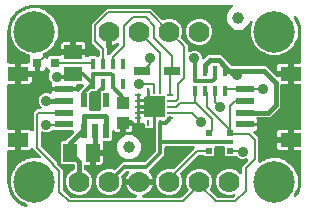
<source format=gbr>
G04 EAGLE Gerber RS-274X export*
G75*
%MOMM*%
%FSLAX34Y34*%
%LPD*%
%INTop Copper*%
%IPPOS*%
%AMOC8*
5,1,8,0,0,1.08239X$1,22.5*%
G01*
%ADD10R,1.240000X1.500000*%
%ADD11R,0.550000X1.200000*%
%ADD12R,1.500000X1.240000*%
%ADD13R,1.000000X1.075000*%
%ADD14R,0.450000X0.900000*%
%ADD15R,0.500000X0.500000*%
%ADD16R,0.500000X0.400000*%
%ADD17C,3.516000*%
%ADD18R,1.550000X0.600000*%
%ADD19R,1.800000X1.200000*%
%ADD20C,1.000000*%
%ADD21R,0.800000X0.800000*%
%ADD22R,1.350000X0.800000*%
%ADD23C,1.778000*%
%ADD24R,0.500000X0.250000*%
%ADD25R,0.250000X0.500000*%
%ADD26C,0.406400*%
%ADD27C,0.889000*%
%ADD28C,0.203200*%
%ADD29C,0.304800*%

G36*
X246196Y12003D02*
X246196Y12003D01*
X246223Y12002D01*
X246353Y12026D01*
X246484Y12046D01*
X246509Y12056D01*
X246535Y12061D01*
X246655Y12117D01*
X246778Y12169D01*
X246799Y12185D01*
X246823Y12196D01*
X246925Y12281D01*
X247031Y12361D01*
X247048Y12382D01*
X247068Y12398D01*
X247171Y12522D01*
X248864Y14852D01*
X248921Y14956D01*
X248985Y15056D01*
X249007Y15113D01*
X249017Y15131D01*
X249022Y15151D01*
X249044Y15206D01*
X251131Y21630D01*
X251144Y21698D01*
X251167Y21764D01*
X251190Y21923D01*
X251455Y25300D01*
X251454Y25322D01*
X251459Y25400D01*
X251459Y51090D01*
X251444Y51208D01*
X251437Y51327D01*
X251424Y51365D01*
X251419Y51406D01*
X251376Y51516D01*
X251339Y51629D01*
X251317Y51664D01*
X251302Y51701D01*
X251233Y51797D01*
X251169Y51898D01*
X251139Y51926D01*
X251116Y51959D01*
X251024Y52035D01*
X250937Y52116D01*
X250902Y52136D01*
X250871Y52161D01*
X250763Y52212D01*
X250659Y52270D01*
X250619Y52280D01*
X250583Y52297D01*
X250466Y52319D01*
X250351Y52349D01*
X250291Y52353D01*
X250271Y52357D01*
X250250Y52355D01*
X250190Y52359D01*
X244999Y52359D01*
X244999Y59630D01*
X244984Y59748D01*
X244977Y59867D01*
X244964Y59905D01*
X244959Y59945D01*
X244915Y60056D01*
X244879Y60169D01*
X244857Y60204D01*
X244842Y60241D01*
X244772Y60337D01*
X244709Y60438D01*
X244679Y60466D01*
X244655Y60498D01*
X244564Y60574D01*
X244477Y60656D01*
X244442Y60675D01*
X244410Y60701D01*
X244303Y60752D01*
X244199Y60809D01*
X244159Y60820D01*
X244123Y60837D01*
X244006Y60859D01*
X243891Y60889D01*
X243830Y60893D01*
X243810Y60897D01*
X243790Y60895D01*
X243730Y60899D01*
X242459Y60899D01*
X242459Y60901D01*
X243730Y60901D01*
X243848Y60916D01*
X243967Y60923D01*
X244005Y60936D01*
X244045Y60941D01*
X244156Y60985D01*
X244269Y61021D01*
X244304Y61043D01*
X244341Y61058D01*
X244437Y61128D01*
X244538Y61191D01*
X244566Y61221D01*
X244598Y61245D01*
X244674Y61336D01*
X244756Y61423D01*
X244775Y61458D01*
X244801Y61490D01*
X244852Y61597D01*
X244909Y61701D01*
X244920Y61741D01*
X244937Y61777D01*
X244959Y61894D01*
X244989Y62009D01*
X244993Y62070D01*
X244997Y62090D01*
X244995Y62110D01*
X244999Y62170D01*
X244999Y69441D01*
X250190Y69441D01*
X250308Y69456D01*
X250427Y69463D01*
X250465Y69475D01*
X250506Y69481D01*
X250616Y69524D01*
X250729Y69561D01*
X250764Y69583D01*
X250801Y69598D01*
X250897Y69667D01*
X250998Y69731D01*
X251026Y69761D01*
X251059Y69784D01*
X251135Y69876D01*
X251216Y69963D01*
X251236Y69998D01*
X251261Y70029D01*
X251312Y70137D01*
X251370Y70241D01*
X251380Y70281D01*
X251397Y70317D01*
X251419Y70434D01*
X251449Y70549D01*
X251453Y70609D01*
X251457Y70629D01*
X251455Y70650D01*
X251459Y70710D01*
X251459Y107090D01*
X251444Y107208D01*
X251437Y107327D01*
X251424Y107365D01*
X251419Y107406D01*
X251376Y107516D01*
X251339Y107629D01*
X251317Y107664D01*
X251302Y107701D01*
X251233Y107797D01*
X251169Y107898D01*
X251139Y107926D01*
X251116Y107959D01*
X251024Y108035D01*
X250937Y108116D01*
X250902Y108136D01*
X250871Y108161D01*
X250763Y108212D01*
X250659Y108270D01*
X250619Y108280D01*
X250583Y108297D01*
X250466Y108319D01*
X250351Y108349D01*
X250291Y108353D01*
X250271Y108357D01*
X250250Y108355D01*
X250190Y108359D01*
X244999Y108359D01*
X244999Y115630D01*
X244984Y115748D01*
X244977Y115867D01*
X244964Y115905D01*
X244959Y115945D01*
X244915Y116056D01*
X244879Y116169D01*
X244857Y116204D01*
X244842Y116241D01*
X244772Y116337D01*
X244709Y116438D01*
X244679Y116466D01*
X244655Y116498D01*
X244564Y116574D01*
X244477Y116656D01*
X244442Y116675D01*
X244410Y116701D01*
X244303Y116752D01*
X244199Y116809D01*
X244159Y116820D01*
X244123Y116837D01*
X244006Y116859D01*
X243891Y116889D01*
X243830Y116893D01*
X243810Y116897D01*
X243790Y116895D01*
X243730Y116899D01*
X242459Y116899D01*
X242459Y116901D01*
X243730Y116901D01*
X243848Y116916D01*
X243967Y116923D01*
X244005Y116936D01*
X244045Y116941D01*
X244156Y116985D01*
X244269Y117021D01*
X244304Y117043D01*
X244341Y117058D01*
X244437Y117128D01*
X244538Y117191D01*
X244566Y117221D01*
X244598Y117245D01*
X244674Y117336D01*
X244756Y117423D01*
X244775Y117458D01*
X244801Y117490D01*
X244852Y117597D01*
X244909Y117701D01*
X244920Y117741D01*
X244937Y117777D01*
X244959Y117894D01*
X244989Y118009D01*
X244993Y118070D01*
X244997Y118090D01*
X244995Y118110D01*
X244999Y118170D01*
X244999Y125441D01*
X250190Y125441D01*
X250308Y125456D01*
X250427Y125463D01*
X250465Y125476D01*
X250506Y125481D01*
X250616Y125524D01*
X250729Y125561D01*
X250764Y125583D01*
X250801Y125598D01*
X250897Y125667D01*
X250998Y125731D01*
X251026Y125761D01*
X251059Y125784D01*
X251134Y125876D01*
X251216Y125963D01*
X251236Y125998D01*
X251261Y126029D01*
X251312Y126137D01*
X251370Y126241D01*
X251380Y126280D01*
X251397Y126317D01*
X251419Y126434D01*
X251449Y126549D01*
X251453Y126609D01*
X251457Y126629D01*
X251455Y126650D01*
X251459Y126710D01*
X251459Y152400D01*
X251457Y152422D01*
X251455Y152500D01*
X251190Y155877D01*
X251176Y155945D01*
X251171Y156014D01*
X251131Y156170D01*
X249044Y162594D01*
X248993Y162701D01*
X248950Y162812D01*
X248917Y162863D01*
X248909Y162882D01*
X248896Y162897D01*
X248864Y162948D01*
X247171Y165278D01*
X247153Y165297D01*
X247139Y165320D01*
X247044Y165413D01*
X246953Y165509D01*
X246931Y165524D01*
X246912Y165542D01*
X246797Y165609D01*
X246685Y165680D01*
X246659Y165688D01*
X246636Y165701D01*
X246508Y165737D01*
X246382Y165778D01*
X246356Y165780D01*
X246330Y165787D01*
X246197Y165790D01*
X246065Y165798D01*
X246039Y165793D01*
X246012Y165794D01*
X245883Y165764D01*
X245753Y165739D01*
X245728Y165727D01*
X245703Y165721D01*
X245585Y165660D01*
X245465Y165604D01*
X245444Y165587D01*
X245421Y165574D01*
X245322Y165485D01*
X245220Y165401D01*
X245204Y165380D01*
X245184Y165362D01*
X245110Y165251D01*
X245032Y165144D01*
X245023Y165119D01*
X245008Y165097D01*
X244964Y164972D01*
X244915Y164848D01*
X244912Y164822D01*
X244903Y164797D01*
X244892Y164665D01*
X244875Y164533D01*
X244878Y164506D01*
X244876Y164480D01*
X244898Y164349D01*
X244914Y164217D01*
X244924Y164192D01*
X244929Y164166D01*
X244985Y164015D01*
X245100Y163756D01*
X245179Y163626D01*
X245450Y162971D01*
X245455Y162962D01*
X245463Y162941D01*
X248292Y156586D01*
X248292Y148214D01*
X245463Y141859D01*
X245460Y141849D01*
X245450Y141829D01*
X245194Y141211D01*
X245175Y141187D01*
X245170Y141179D01*
X245168Y141175D01*
X245163Y141164D01*
X245100Y141044D01*
X244887Y140566D01*
X241053Y137114D01*
X241041Y137100D01*
X241005Y137068D01*
X239710Y135773D01*
X239641Y135745D01*
X239524Y135678D01*
X239404Y135615D01*
X239377Y135594D01*
X239365Y135587D01*
X239350Y135572D01*
X239278Y135515D01*
X238666Y134965D01*
X234502Y133612D01*
X234483Y133603D01*
X234409Y133577D01*
X232501Y132787D01*
X232165Y132787D01*
X232047Y132772D01*
X231929Y132765D01*
X231870Y132750D01*
X231850Y132747D01*
X231831Y132740D01*
X231773Y132725D01*
X230704Y132378D01*
X226876Y132780D01*
X226858Y132780D01*
X226743Y132787D01*
X224699Y132787D01*
X224151Y133014D01*
X224052Y133041D01*
X223957Y133077D01*
X223865Y133092D01*
X223844Y133098D01*
X223831Y133098D01*
X223798Y133104D01*
X222379Y133253D01*
X219415Y134964D01*
X219413Y134965D01*
X219410Y134967D01*
X219266Y135038D01*
X217490Y135773D01*
X216893Y136370D01*
X216826Y136422D01*
X216765Y136483D01*
X216651Y136558D01*
X216642Y136565D01*
X216638Y136567D01*
X216631Y136572D01*
X215129Y137439D01*
X213339Y139903D01*
X213326Y139917D01*
X213316Y139933D01*
X213209Y140054D01*
X211973Y141290D01*
X211557Y142296D01*
X211522Y142356D01*
X211497Y142420D01*
X211411Y142556D01*
X210208Y144211D01*
X209647Y146849D01*
X209636Y146883D01*
X209631Y146919D01*
X209579Y147071D01*
X208987Y148499D01*
X208987Y149822D01*
X208981Y149874D01*
X208983Y149926D01*
X208960Y150086D01*
X208468Y152400D01*
X208960Y154714D01*
X208964Y154767D01*
X208977Y154817D01*
X208987Y154978D01*
X208987Y156301D01*
X209579Y157729D01*
X209588Y157763D01*
X209604Y157795D01*
X209647Y157951D01*
X210075Y159964D01*
X210085Y160083D01*
X210103Y160201D01*
X210099Y160241D01*
X210102Y160281D01*
X210082Y160399D01*
X210070Y160518D01*
X210056Y160555D01*
X210049Y160595D01*
X210001Y160704D01*
X209959Y160816D01*
X209936Y160849D01*
X209920Y160885D01*
X209846Y160979D01*
X209778Y161077D01*
X209747Y161103D01*
X209722Y161135D01*
X209627Y161207D01*
X209537Y161285D01*
X209501Y161303D01*
X209469Y161327D01*
X209359Y161373D01*
X209252Y161427D01*
X209213Y161435D01*
X209176Y161450D01*
X209058Y161468D01*
X208941Y161493D01*
X208901Y161491D01*
X208861Y161497D01*
X208743Y161485D01*
X208623Y161480D01*
X208585Y161468D01*
X208545Y161464D01*
X208433Y161423D01*
X208319Y161388D01*
X208285Y161367D01*
X208247Y161354D01*
X208149Y161285D01*
X208047Y161224D01*
X208019Y161195D01*
X207986Y161172D01*
X207907Y161082D01*
X207824Y160997D01*
X207791Y160947D01*
X207778Y160932D01*
X207768Y160913D01*
X207735Y160863D01*
X205441Y156890D01*
X200800Y154210D01*
X195440Y154210D01*
X190799Y156890D01*
X188119Y161531D01*
X188119Y166891D01*
X190799Y171532D01*
X193152Y172891D01*
X193269Y172979D01*
X193386Y173064D01*
X193395Y173075D01*
X193406Y173083D01*
X193496Y173197D01*
X193589Y173309D01*
X193595Y173322D01*
X193603Y173332D01*
X193663Y173466D01*
X193725Y173597D01*
X193727Y173610D01*
X193733Y173623D01*
X193757Y173767D01*
X193785Y173910D01*
X193784Y173923D01*
X193786Y173936D01*
X193774Y174082D01*
X193765Y174227D01*
X193761Y174240D01*
X193759Y174253D01*
X193712Y174391D01*
X193667Y174529D01*
X193660Y174541D01*
X193655Y174554D01*
X193575Y174675D01*
X193497Y174798D01*
X193487Y174807D01*
X193479Y174819D01*
X193372Y174916D01*
X193265Y175016D01*
X193253Y175023D01*
X193243Y175032D01*
X193114Y175099D01*
X192986Y175170D01*
X192973Y175173D01*
X192961Y175179D01*
X192819Y175213D01*
X192679Y175249D01*
X192660Y175250D01*
X192652Y175252D01*
X192635Y175252D01*
X192518Y175259D01*
X25400Y175259D01*
X25378Y175257D01*
X25300Y175255D01*
X21923Y174990D01*
X21855Y174976D01*
X21786Y174971D01*
X21630Y174931D01*
X18892Y174041D01*
X18867Y174030D01*
X18841Y174024D01*
X18724Y173963D01*
X18604Y173906D01*
X18583Y173889D01*
X18560Y173877D01*
X18462Y173789D01*
X18445Y173788D01*
X18418Y173793D01*
X18286Y173785D01*
X18153Y173783D01*
X18128Y173775D01*
X18101Y173774D01*
X17945Y173734D01*
X15206Y172844D01*
X15099Y172794D01*
X14988Y172750D01*
X14937Y172717D01*
X14918Y172709D01*
X14903Y172696D01*
X14852Y172664D01*
X9388Y168693D01*
X9301Y168612D01*
X9209Y168536D01*
X9171Y168490D01*
X9156Y168476D01*
X9145Y168458D01*
X9107Y168412D01*
X5136Y162948D01*
X5079Y162844D01*
X5015Y162744D01*
X4993Y162687D01*
X4983Y162669D01*
X4978Y162649D01*
X4956Y162594D01*
X2869Y156170D01*
X2856Y156102D01*
X2833Y156036D01*
X2810Y155877D01*
X2545Y152500D01*
X2546Y152478D01*
X2541Y152400D01*
X2541Y126710D01*
X2556Y126592D01*
X2563Y126473D01*
X2576Y126435D01*
X2581Y126394D01*
X2624Y126284D01*
X2661Y126171D01*
X2683Y126136D01*
X2698Y126099D01*
X2768Y126002D01*
X2831Y125902D01*
X2861Y125874D01*
X2884Y125841D01*
X2976Y125765D01*
X3063Y125684D01*
X3098Y125664D01*
X3129Y125639D01*
X3237Y125588D01*
X3341Y125530D01*
X3381Y125520D01*
X3417Y125503D01*
X3534Y125481D01*
X3649Y125451D01*
X3709Y125447D01*
X3729Y125443D01*
X3750Y125445D01*
X3810Y125441D01*
X9001Y125441D01*
X9001Y118170D01*
X9016Y118052D01*
X9023Y117933D01*
X9036Y117895D01*
X9041Y117855D01*
X9084Y117744D01*
X9121Y117631D01*
X9143Y117596D01*
X9158Y117559D01*
X9228Y117463D01*
X9291Y117362D01*
X9321Y117334D01*
X9345Y117302D01*
X9436Y117226D01*
X9523Y117144D01*
X9558Y117125D01*
X9589Y117099D01*
X9697Y117048D01*
X9801Y116991D01*
X9841Y116980D01*
X9877Y116963D01*
X9994Y116941D01*
X10109Y116911D01*
X10170Y116907D01*
X10190Y116903D01*
X10210Y116905D01*
X10270Y116901D01*
X11541Y116901D01*
X11541Y116899D01*
X10270Y116899D01*
X10152Y116884D01*
X10033Y116877D01*
X9995Y116864D01*
X9955Y116859D01*
X9844Y116815D01*
X9731Y116779D01*
X9696Y116757D01*
X9659Y116742D01*
X9563Y116672D01*
X9462Y116609D01*
X9434Y116579D01*
X9401Y116555D01*
X9326Y116464D01*
X9244Y116377D01*
X9224Y116342D01*
X9199Y116310D01*
X9148Y116203D01*
X9090Y116099D01*
X9080Y116059D01*
X9063Y116023D01*
X9041Y115906D01*
X9011Y115791D01*
X9007Y115730D01*
X9003Y115710D01*
X9005Y115690D01*
X9001Y115630D01*
X9001Y108359D01*
X3810Y108359D01*
X3692Y108344D01*
X3573Y108337D01*
X3535Y108324D01*
X3494Y108319D01*
X3384Y108276D01*
X3271Y108239D01*
X3236Y108217D01*
X3199Y108202D01*
X3103Y108133D01*
X3002Y108069D01*
X2974Y108039D01*
X2941Y108016D01*
X2865Y107924D01*
X2784Y107837D01*
X2764Y107802D01*
X2739Y107771D01*
X2688Y107663D01*
X2630Y107559D01*
X2620Y107519D01*
X2603Y107483D01*
X2581Y107366D01*
X2551Y107251D01*
X2547Y107191D01*
X2543Y107171D01*
X2545Y107150D01*
X2541Y107090D01*
X2541Y70710D01*
X2556Y70592D01*
X2563Y70473D01*
X2576Y70435D01*
X2581Y70394D01*
X2624Y70284D01*
X2661Y70171D01*
X2683Y70136D01*
X2698Y70099D01*
X2768Y70002D01*
X2831Y69902D01*
X2861Y69874D01*
X2884Y69841D01*
X2976Y69765D01*
X3063Y69684D01*
X3098Y69664D01*
X3129Y69639D01*
X3237Y69588D01*
X3341Y69530D01*
X3381Y69520D01*
X3417Y69503D01*
X3534Y69481D01*
X3649Y69451D01*
X3709Y69447D01*
X3729Y69443D01*
X3750Y69445D01*
X3810Y69441D01*
X9001Y69441D01*
X9001Y62170D01*
X9016Y62052D01*
X9023Y61933D01*
X9036Y61895D01*
X9041Y61855D01*
X9084Y61744D01*
X9121Y61631D01*
X9143Y61596D01*
X9158Y61559D01*
X9228Y61463D01*
X9291Y61362D01*
X9321Y61334D01*
X9345Y61302D01*
X9436Y61226D01*
X9523Y61144D01*
X9558Y61125D01*
X9589Y61099D01*
X9697Y61048D01*
X9801Y60991D01*
X9841Y60980D01*
X9877Y60963D01*
X9994Y60941D01*
X10109Y60911D01*
X10170Y60907D01*
X10190Y60903D01*
X10210Y60905D01*
X10270Y60901D01*
X12810Y60901D01*
X12928Y60916D01*
X13047Y60923D01*
X13085Y60936D01*
X13125Y60941D01*
X13236Y60985D01*
X13349Y61021D01*
X13384Y61043D01*
X13421Y61058D01*
X13517Y61128D01*
X13618Y61191D01*
X13646Y61221D01*
X13678Y61245D01*
X13754Y61336D01*
X13836Y61423D01*
X13855Y61458D01*
X13881Y61490D01*
X13932Y61597D01*
X13989Y61701D01*
X14000Y61741D01*
X14017Y61777D01*
X14039Y61894D01*
X14069Y62009D01*
X14073Y62070D01*
X14077Y62090D01*
X14075Y62110D01*
X14079Y62170D01*
X14079Y69441D01*
X20874Y69441D01*
X21521Y69268D01*
X22100Y68933D01*
X22634Y68399D01*
X22696Y68313D01*
X22707Y68305D01*
X22715Y68294D01*
X22829Y68204D01*
X22941Y68110D01*
X22954Y68105D01*
X22964Y68096D01*
X23097Y68037D01*
X23229Y67975D01*
X23242Y67972D01*
X23254Y67967D01*
X23399Y67942D01*
X23542Y67915D01*
X23555Y67916D01*
X23568Y67914D01*
X23714Y67926D01*
X23859Y67935D01*
X23872Y67939D01*
X23885Y67940D01*
X24023Y67988D01*
X24161Y68033D01*
X24173Y68040D01*
X24185Y68044D01*
X24307Y68125D01*
X24430Y68203D01*
X24439Y68213D01*
X24450Y68220D01*
X24548Y68328D01*
X24648Y68435D01*
X24654Y68446D01*
X24663Y68456D01*
X24731Y68586D01*
X24802Y68713D01*
X24805Y68726D01*
X24811Y68738D01*
X24845Y68881D01*
X24881Y69021D01*
X24882Y69039D01*
X24884Y69047D01*
X24884Y69064D01*
X24891Y69182D01*
X24891Y83813D01*
X28027Y86949D01*
X30366Y86949D01*
X30504Y86966D01*
X30643Y86979D01*
X30662Y86986D01*
X30682Y86989D01*
X30811Y87040D01*
X30942Y87087D01*
X30959Y87098D01*
X30977Y87106D01*
X31090Y87187D01*
X31205Y87265D01*
X31218Y87281D01*
X31235Y87292D01*
X31324Y87400D01*
X31415Y87504D01*
X31425Y87522D01*
X31438Y87537D01*
X31497Y87663D01*
X31560Y87787D01*
X31564Y87807D01*
X31573Y87825D01*
X31599Y87962D01*
X31630Y88097D01*
X31629Y88118D01*
X31633Y88137D01*
X31624Y88276D01*
X31620Y88415D01*
X31614Y88435D01*
X31613Y88455D01*
X31570Y88587D01*
X31532Y88721D01*
X31521Y88738D01*
X31515Y88757D01*
X31441Y88875D01*
X31370Y88995D01*
X31351Y89016D01*
X31345Y89026D01*
X31330Y89040D01*
X31264Y89115D01*
X30068Y90311D01*
X29082Y92691D01*
X29082Y95269D01*
X30068Y97649D01*
X31891Y99472D01*
X34271Y100458D01*
X36849Y100458D01*
X38494Y99776D01*
X38542Y99763D01*
X38587Y99742D01*
X38695Y99721D01*
X38801Y99692D01*
X38851Y99691D01*
X38900Y99682D01*
X39009Y99689D01*
X39119Y99687D01*
X39167Y99699D01*
X39217Y99702D01*
X39321Y99736D01*
X39428Y99761D01*
X39472Y99784D01*
X39519Y99800D01*
X39612Y99859D01*
X39709Y99910D01*
X39746Y99943D01*
X39788Y99970D01*
X39863Y100050D01*
X39945Y100124D01*
X39972Y100165D01*
X40006Y100202D01*
X40059Y100298D01*
X40119Y100390D01*
X40136Y100437D01*
X40160Y100480D01*
X40187Y100586D01*
X40223Y100690D01*
X40227Y100740D01*
X40239Y100788D01*
X40249Y100949D01*
X40249Y102401D01*
X50310Y102401D01*
X50428Y102416D01*
X50547Y102423D01*
X50554Y102425D01*
X50610Y102411D01*
X50670Y102407D01*
X50690Y102403D01*
X50710Y102405D01*
X50770Y102401D01*
X60853Y102401D01*
X60861Y102316D01*
X60868Y102297D01*
X60871Y102277D01*
X60922Y102148D01*
X60969Y102017D01*
X60980Y102000D01*
X60988Y101981D01*
X61069Y101869D01*
X61147Y101754D01*
X61163Y101740D01*
X61174Y101724D01*
X61282Y101635D01*
X61386Y101543D01*
X61404Y101534D01*
X61419Y101521D01*
X61545Y101462D01*
X61669Y101399D01*
X61689Y101394D01*
X61707Y101386D01*
X61843Y101360D01*
X61979Y101329D01*
X62000Y101330D01*
X62019Y101326D01*
X62158Y101335D01*
X62297Y101339D01*
X62317Y101344D01*
X62337Y101346D01*
X62469Y101389D01*
X62603Y101427D01*
X62620Y101437D01*
X62639Y101444D01*
X62757Y101518D01*
X62877Y101589D01*
X62898Y101607D01*
X62908Y101614D01*
X62922Y101629D01*
X62997Y101695D01*
X63280Y101977D01*
X63340Y102055D01*
X63408Y102128D01*
X63433Y102173D01*
X66107Y104846D01*
X66107Y104847D01*
X67091Y105831D01*
X67175Y105940D01*
X67264Y106047D01*
X67273Y106066D01*
X67285Y106082D01*
X67341Y106209D01*
X67400Y106335D01*
X67404Y106355D01*
X67412Y106374D01*
X67434Y106512D01*
X67460Y106648D01*
X67459Y106668D01*
X67462Y106688D01*
X67449Y106827D01*
X67440Y106965D01*
X67434Y106984D01*
X67432Y107004D01*
X67385Y107136D01*
X67342Y107267D01*
X67331Y107285D01*
X67324Y107304D01*
X67246Y107419D01*
X67172Y107536D01*
X67157Y107550D01*
X67146Y107567D01*
X67042Y107659D01*
X66940Y107754D01*
X66922Y107764D01*
X66907Y107777D01*
X66784Y107840D01*
X66662Y107908D01*
X66642Y107913D01*
X66624Y107922D01*
X66488Y107952D01*
X66354Y107987D01*
X66326Y107989D01*
X66314Y107992D01*
X66293Y107991D01*
X66193Y107997D01*
X62100Y107997D01*
X61982Y107982D01*
X61863Y107975D01*
X61825Y107962D01*
X61784Y107957D01*
X61674Y107914D01*
X61561Y107877D01*
X61526Y107855D01*
X61489Y107840D01*
X61393Y107771D01*
X61292Y107707D01*
X61264Y107677D01*
X61231Y107654D01*
X61155Y107562D01*
X61074Y107475D01*
X61054Y107440D01*
X61029Y107409D01*
X60978Y107301D01*
X60920Y107197D01*
X60910Y107157D01*
X60893Y107121D01*
X60871Y107004D01*
X60841Y106889D01*
X60837Y106829D01*
X60833Y106809D01*
X60835Y106788D01*
X60831Y106728D01*
X60831Y105399D01*
X50770Y105399D01*
X50652Y105384D01*
X50533Y105377D01*
X50526Y105375D01*
X50470Y105389D01*
X50410Y105393D01*
X50390Y105397D01*
X50370Y105395D01*
X50310Y105399D01*
X40249Y105399D01*
X40249Y107234D01*
X40430Y107910D01*
X40450Y107956D01*
X40501Y108056D01*
X40511Y108102D01*
X40529Y108146D01*
X40546Y108257D01*
X40570Y108366D01*
X40569Y108414D01*
X40576Y108460D01*
X40564Y108572D01*
X40561Y108684D01*
X40548Y108730D01*
X40543Y108777D01*
X40504Y108882D01*
X40472Y108990D01*
X40448Y109030D01*
X40432Y109075D01*
X40368Y109167D01*
X40311Y109264D01*
X40263Y109318D01*
X40251Y109336D01*
X40237Y109348D01*
X40204Y109385D01*
X38958Y110631D01*
X37972Y113011D01*
X37972Y115589D01*
X38947Y117942D01*
X38960Y117990D01*
X38982Y118035D01*
X39002Y118143D01*
X39031Y118249D01*
X39032Y118299D01*
X39041Y118348D01*
X39034Y118457D01*
X39036Y118567D01*
X39025Y118615D01*
X39022Y118665D01*
X38988Y118769D01*
X38962Y118876D01*
X38939Y118920D01*
X38924Y118967D01*
X38865Y119060D01*
X38813Y119157D01*
X38780Y119194D01*
X38753Y119236D01*
X38673Y119311D01*
X38599Y119393D01*
X38558Y119420D01*
X38522Y119454D01*
X38426Y119507D01*
X38375Y119540D01*
X37016Y120899D01*
X37008Y120962D01*
X37008Y120964D01*
X37005Y121012D01*
X37001Y121024D01*
X36991Y121113D01*
X36988Y121119D01*
X36987Y121126D01*
X36931Y121268D01*
X36877Y121410D01*
X36873Y121416D01*
X36870Y121422D01*
X36781Y121545D01*
X36693Y121669D01*
X36688Y121674D01*
X36684Y121679D01*
X36565Y121777D01*
X36450Y121875D01*
X36444Y121878D01*
X36439Y121882D01*
X36302Y121946D01*
X36164Y122013D01*
X36157Y122015D01*
X36151Y122018D01*
X36003Y122046D01*
X35852Y122076D01*
X35845Y122076D01*
X35839Y122077D01*
X35687Y122068D01*
X35534Y122060D01*
X35528Y122058D01*
X35521Y122058D01*
X35376Y122011D01*
X35231Y121965D01*
X35225Y121962D01*
X35219Y121960D01*
X35090Y121878D01*
X34960Y121798D01*
X34956Y121793D01*
X34950Y121789D01*
X34845Y121678D01*
X34740Y121569D01*
X34737Y121563D01*
X34732Y121558D01*
X34658Y121424D01*
X34583Y121292D01*
X34581Y121283D01*
X34578Y121279D01*
X34576Y121269D01*
X34542Y121169D01*
X34542Y121168D01*
X34541Y121167D01*
X34532Y121139D01*
X34428Y120749D01*
X34093Y120170D01*
X33620Y119697D01*
X33041Y119362D01*
X32394Y119189D01*
X30059Y119189D01*
X30059Y125000D01*
X30044Y125118D01*
X30037Y125237D01*
X30024Y125275D01*
X30019Y125315D01*
X29976Y125426D01*
X29939Y125539D01*
X29917Y125573D01*
X29902Y125611D01*
X29833Y125707D01*
X29769Y125808D01*
X29739Y125836D01*
X29716Y125868D01*
X29624Y125944D01*
X29537Y126026D01*
X29502Y126045D01*
X29471Y126071D01*
X29363Y126122D01*
X29259Y126179D01*
X29219Y126189D01*
X29183Y126207D01*
X29066Y126229D01*
X28951Y126259D01*
X28891Y126263D01*
X28871Y126266D01*
X28850Y126265D01*
X28790Y126269D01*
X27330Y126269D01*
X27212Y126254D01*
X27093Y126247D01*
X27055Y126234D01*
X27014Y126229D01*
X26904Y126185D01*
X26791Y126149D01*
X26756Y126127D01*
X26719Y126112D01*
X26622Y126042D01*
X26522Y125979D01*
X26494Y125949D01*
X26461Y125925D01*
X26385Y125834D01*
X26304Y125747D01*
X26284Y125712D01*
X26259Y125680D01*
X26208Y125573D01*
X26150Y125468D01*
X26140Y125429D01*
X26123Y125393D01*
X26101Y125276D01*
X26071Y125160D01*
X26067Y125100D01*
X26063Y125080D01*
X26065Y125060D01*
X26061Y125000D01*
X26061Y119189D01*
X23726Y119189D01*
X22954Y119396D01*
X22869Y119408D01*
X22786Y119429D01*
X22650Y119438D01*
X22639Y119439D01*
X22635Y119439D01*
X22626Y119439D01*
X14079Y119439D01*
X14079Y125441D01*
X20250Y125441D01*
X20368Y125456D01*
X20487Y125463D01*
X20525Y125475D01*
X20566Y125481D01*
X20676Y125524D01*
X20789Y125561D01*
X20824Y125583D01*
X20861Y125598D01*
X20957Y125667D01*
X21058Y125731D01*
X21086Y125761D01*
X21119Y125784D01*
X21194Y125876D01*
X21276Y125963D01*
X21296Y125998D01*
X21321Y126029D01*
X21372Y126137D01*
X21430Y126241D01*
X21440Y126281D01*
X21457Y126317D01*
X21479Y126434D01*
X21509Y126549D01*
X21513Y126609D01*
X21517Y126629D01*
X21515Y126650D01*
X21519Y126710D01*
X21519Y130064D01*
X21692Y130711D01*
X21899Y131068D01*
X21916Y131108D01*
X21939Y131144D01*
X21977Y131254D01*
X22022Y131362D01*
X22028Y131404D01*
X22042Y131445D01*
X22052Y131561D01*
X22069Y131676D01*
X22064Y131719D01*
X22068Y131762D01*
X22048Y131877D01*
X22036Y131992D01*
X22021Y132033D01*
X22013Y132075D01*
X21965Y132181D01*
X21925Y132291D01*
X21900Y132326D01*
X21883Y132365D01*
X21810Y132456D01*
X21743Y132552D01*
X21711Y132580D01*
X21684Y132613D01*
X21591Y132683D01*
X21503Y132760D01*
X21464Y132779D01*
X21430Y132805D01*
X21285Y132876D01*
X20951Y133014D01*
X20852Y133041D01*
X20757Y133077D01*
X20665Y133092D01*
X20644Y133098D01*
X20631Y133098D01*
X20598Y133104D01*
X19179Y133253D01*
X16215Y134964D01*
X16213Y134965D01*
X16210Y134967D01*
X16066Y135038D01*
X14290Y135773D01*
X13693Y136370D01*
X13626Y136422D01*
X13565Y136483D01*
X13451Y136558D01*
X13442Y136565D01*
X13438Y136567D01*
X13431Y136572D01*
X11929Y137439D01*
X10139Y139903D01*
X10126Y139917D01*
X10116Y139933D01*
X10009Y140054D01*
X8773Y141290D01*
X8357Y142296D01*
X8322Y142356D01*
X8297Y142420D01*
X8211Y142556D01*
X7008Y144211D01*
X6447Y146849D01*
X6436Y146883D01*
X6431Y146919D01*
X6379Y147071D01*
X5787Y148499D01*
X5787Y149822D01*
X5781Y149874D01*
X5783Y149926D01*
X5760Y150086D01*
X5268Y152400D01*
X5760Y154714D01*
X5764Y154767D01*
X5777Y154817D01*
X5787Y154978D01*
X5787Y156301D01*
X6379Y157729D01*
X6388Y157763D01*
X6404Y157795D01*
X6447Y157951D01*
X7008Y160589D01*
X8211Y162244D01*
X8244Y162305D01*
X8286Y162360D01*
X8357Y162504D01*
X8773Y163510D01*
X10009Y164746D01*
X10021Y164761D01*
X10036Y164773D01*
X10139Y164897D01*
X11929Y167361D01*
X13431Y168228D01*
X13499Y168280D01*
X13573Y168324D01*
X13675Y168414D01*
X13684Y168421D01*
X13687Y168424D01*
X13693Y168430D01*
X14290Y169027D01*
X16066Y169762D01*
X16068Y169764D01*
X16071Y169764D01*
X16215Y169836D01*
X18972Y171428D01*
X18993Y171444D01*
X19017Y171455D01*
X19119Y171540D01*
X19166Y171575D01*
X19203Y171568D01*
X19229Y171569D01*
X19256Y171565D01*
X19416Y171572D01*
X20598Y171696D01*
X20698Y171720D01*
X20799Y171734D01*
X20887Y171764D01*
X20908Y171769D01*
X20920Y171775D01*
X20951Y171786D01*
X21499Y172013D01*
X23543Y172013D01*
X23560Y172015D01*
X23676Y172020D01*
X27504Y172422D01*
X28573Y172075D01*
X28690Y172053D01*
X28805Y172023D01*
X28865Y172019D01*
X28885Y172015D01*
X28906Y172017D01*
X28965Y172013D01*
X29301Y172013D01*
X31209Y171222D01*
X31230Y171217D01*
X31303Y171188D01*
X35466Y169835D01*
X36078Y169285D01*
X36123Y169253D01*
X36127Y169250D01*
X36133Y169246D01*
X36189Y169207D01*
X36297Y169126D01*
X36327Y169111D01*
X36339Y169103D01*
X36359Y169096D01*
X36441Y169055D01*
X36510Y169027D01*
X37805Y167732D01*
X37819Y167721D01*
X37853Y167686D01*
X41687Y164234D01*
X41900Y163756D01*
X41979Y163626D01*
X42250Y162971D01*
X42255Y162962D01*
X42263Y162941D01*
X45092Y156586D01*
X45092Y148214D01*
X42263Y141859D01*
X42260Y141849D01*
X42250Y141829D01*
X41994Y141211D01*
X41975Y141187D01*
X41970Y141179D01*
X41968Y141175D01*
X41963Y141164D01*
X41900Y141044D01*
X41687Y140566D01*
X37853Y137114D01*
X37841Y137100D01*
X37805Y137068D01*
X36510Y135773D01*
X36441Y135745D01*
X36324Y135678D01*
X36204Y135615D01*
X36177Y135594D01*
X36165Y135587D01*
X36150Y135572D01*
X36078Y135515D01*
X35466Y134965D01*
X33448Y134309D01*
X33352Y134264D01*
X33252Y134227D01*
X33208Y134196D01*
X33160Y134174D01*
X33078Y134106D01*
X32991Y134046D01*
X32956Y134005D01*
X32915Y133971D01*
X32852Y133885D01*
X32783Y133805D01*
X32759Y133757D01*
X32728Y133714D01*
X32689Y133615D01*
X32641Y133520D01*
X32630Y133468D01*
X32611Y133418D01*
X32597Y133313D01*
X32575Y133209D01*
X32577Y133156D01*
X32571Y133103D01*
X32584Y132998D01*
X32588Y132891D01*
X32604Y132840D01*
X32610Y132787D01*
X32649Y132689D01*
X32680Y132587D01*
X32707Y132541D01*
X32727Y132491D01*
X32789Y132405D01*
X32844Y132315D01*
X32882Y132277D01*
X32914Y132234D01*
X32995Y132166D01*
X33071Y132092D01*
X33142Y132045D01*
X33159Y132031D01*
X33173Y132024D01*
X33205Y132003D01*
X33620Y131763D01*
X34093Y131290D01*
X34428Y130711D01*
X34532Y130321D01*
X34590Y130180D01*
X34646Y130038D01*
X34650Y130033D01*
X34652Y130026D01*
X34744Y129903D01*
X34832Y129781D01*
X34838Y129776D01*
X34842Y129771D01*
X34959Y129676D01*
X35077Y129578D01*
X35084Y129575D01*
X35089Y129571D01*
X35228Y129507D01*
X35365Y129442D01*
X35372Y129441D01*
X35378Y129438D01*
X35529Y129411D01*
X35678Y129383D01*
X35684Y129383D01*
X35691Y129382D01*
X35843Y129393D01*
X35995Y129402D01*
X36001Y129405D01*
X36008Y129405D01*
X36154Y129454D01*
X36297Y129500D01*
X36303Y129504D01*
X36310Y129506D01*
X36438Y129589D01*
X36566Y129671D01*
X36571Y129676D01*
X36576Y129679D01*
X36679Y129790D01*
X36784Y129902D01*
X36787Y129908D01*
X36792Y129913D01*
X36864Y130047D01*
X36938Y130181D01*
X36939Y130187D01*
X36942Y130193D01*
X36979Y130341D01*
X37017Y130489D01*
X37018Y130498D01*
X37019Y130502D01*
X37019Y130513D01*
X37022Y130567D01*
X38218Y131763D01*
X47110Y131763D01*
X47228Y131778D01*
X47347Y131785D01*
X47385Y131798D01*
X47426Y131803D01*
X47536Y131846D01*
X47649Y131883D01*
X47684Y131905D01*
X47721Y131920D01*
X47817Y131989D01*
X47918Y132053D01*
X47946Y132083D01*
X47979Y132106D01*
X48055Y132198D01*
X48136Y132285D01*
X48156Y132320D01*
X48181Y132351D01*
X48232Y132459D01*
X48290Y132563D01*
X48300Y132603D01*
X48317Y132639D01*
X48327Y132691D01*
X57150Y132691D01*
X57268Y132706D01*
X57387Y132713D01*
X57425Y132726D01*
X57465Y132731D01*
X57576Y132774D01*
X57689Y132811D01*
X57724Y132833D01*
X57761Y132848D01*
X57857Y132918D01*
X57958Y132981D01*
X57986Y133011D01*
X58018Y133035D01*
X58094Y133126D01*
X58176Y133213D01*
X58195Y133248D01*
X58221Y133279D01*
X58272Y133387D01*
X58329Y133491D01*
X58340Y133531D01*
X58357Y133567D01*
X58379Y133684D01*
X58409Y133799D01*
X58413Y133860D01*
X58417Y133880D01*
X58415Y133900D01*
X58419Y133960D01*
X58419Y135231D01*
X58421Y135231D01*
X58421Y133960D01*
X58436Y133842D01*
X58443Y133723D01*
X58456Y133685D01*
X58461Y133645D01*
X58505Y133534D01*
X58541Y133421D01*
X58563Y133386D01*
X58578Y133349D01*
X58648Y133253D01*
X58711Y133152D01*
X58741Y133124D01*
X58765Y133091D01*
X58856Y133016D01*
X58943Y132934D01*
X58978Y132914D01*
X59010Y132889D01*
X59117Y132838D01*
X59221Y132780D01*
X59261Y132770D01*
X59297Y132753D01*
X59414Y132731D01*
X59529Y132701D01*
X59590Y132697D01*
X59610Y132693D01*
X59630Y132695D01*
X59690Y132691D01*
X68461Y132691D01*
X68461Y131860D01*
X68478Y131722D01*
X68491Y131583D01*
X68498Y131564D01*
X68501Y131544D01*
X68552Y131415D01*
X68599Y131284D01*
X68610Y131267D01*
X68618Y131248D01*
X68699Y131136D01*
X68777Y131021D01*
X68793Y131008D01*
X68804Y130991D01*
X68912Y130902D01*
X69016Y130810D01*
X69034Y130801D01*
X69049Y130788D01*
X69175Y130729D01*
X69299Y130666D01*
X69319Y130661D01*
X69337Y130653D01*
X69474Y130627D01*
X69609Y130596D01*
X69630Y130597D01*
X69649Y130593D01*
X69788Y130602D01*
X69927Y130606D01*
X69947Y130611D01*
X69967Y130613D01*
X70099Y130655D01*
X70233Y130694D01*
X70250Y130705D01*
X70269Y130711D01*
X70387Y130785D01*
X70507Y130856D01*
X70528Y130874D01*
X70538Y130881D01*
X70552Y130896D01*
X70627Y130962D01*
X71538Y131873D01*
X77722Y131873D01*
X78232Y131362D01*
X78326Y131289D01*
X78416Y131210D01*
X78452Y131192D01*
X78484Y131167D01*
X78593Y131120D01*
X78699Y131066D01*
X78738Y131057D01*
X78776Y131041D01*
X78893Y131022D01*
X79009Y130996D01*
X79050Y130997D01*
X79090Y130991D01*
X79208Y131002D01*
X79327Y131006D01*
X79366Y131017D01*
X79406Y131021D01*
X79518Y131061D01*
X79633Y131094D01*
X79668Y131115D01*
X79706Y131128D01*
X79804Y131195D01*
X79907Y131256D01*
X79952Y131296D01*
X79969Y131307D01*
X79982Y131322D01*
X80027Y131362D01*
X80210Y131544D01*
X80270Y131623D01*
X80338Y131695D01*
X80367Y131748D01*
X80404Y131796D01*
X80444Y131886D01*
X80492Y131973D01*
X80507Y132032D01*
X80531Y132087D01*
X80546Y132185D01*
X80571Y132281D01*
X80577Y132381D01*
X80581Y132401D01*
X80579Y132414D01*
X80581Y132442D01*
X80581Y135561D01*
X80569Y135660D01*
X80566Y135759D01*
X80549Y135817D01*
X80541Y135877D01*
X80505Y135969D01*
X80477Y136064D01*
X80447Y136116D01*
X80424Y136173D01*
X80366Y136253D01*
X80316Y136338D01*
X80250Y136413D01*
X80238Y136430D01*
X80228Y136438D01*
X80210Y136459D01*
X73786Y142882D01*
X73786Y159032D01*
X86713Y171959D01*
X124453Y171959D01*
X133789Y162622D01*
X133813Y162604D01*
X133832Y162582D01*
X133938Y162507D01*
X134040Y162427D01*
X134068Y162416D01*
X134092Y162399D01*
X134213Y162353D01*
X134332Y162301D01*
X134361Y162296D01*
X134389Y162286D01*
X134518Y162272D01*
X134646Y162251D01*
X134676Y162254D01*
X134705Y162251D01*
X134834Y162269D01*
X134963Y162281D01*
X134991Y162291D01*
X135020Y162295D01*
X135172Y162347D01*
X137527Y163323D01*
X141873Y163323D01*
X145887Y161660D01*
X148960Y158587D01*
X150623Y154573D01*
X150623Y150227D01*
X149647Y147872D01*
X149639Y147844D01*
X149626Y147818D01*
X149598Y147691D01*
X149563Y147566D01*
X149563Y147536D01*
X149556Y147507D01*
X149560Y147378D01*
X149558Y147248D01*
X149565Y147219D01*
X149566Y147189D01*
X149602Y147065D01*
X149632Y146938D01*
X149646Y146912D01*
X149654Y146884D01*
X149720Y146772D01*
X149781Y146657D01*
X149801Y146635D01*
X149816Y146610D01*
X149922Y146489D01*
X152929Y143482D01*
X155087Y141325D01*
X155087Y136395D01*
X155104Y136257D01*
X155117Y136119D01*
X155124Y136100D01*
X155127Y136080D01*
X155178Y135951D01*
X155225Y135819D01*
X155236Y135803D01*
X155244Y135784D01*
X155325Y135671D01*
X155403Y135556D01*
X155419Y135543D01*
X155430Y135527D01*
X155538Y135438D01*
X155642Y135346D01*
X155660Y135337D01*
X155675Y135324D01*
X155801Y135265D01*
X155925Y135201D01*
X155945Y135197D01*
X155963Y135188D01*
X156099Y135162D01*
X156235Y135132D01*
X156256Y135132D01*
X156275Y135128D01*
X156414Y135137D01*
X156553Y135141D01*
X156573Y135147D01*
X156593Y135148D01*
X156725Y135191D01*
X156859Y135230D01*
X156876Y135240D01*
X156895Y135246D01*
X157013Y135320D01*
X157133Y135391D01*
X157154Y135410D01*
X157164Y135416D01*
X157178Y135431D01*
X157191Y135443D01*
X159585Y136434D01*
X162162Y136434D01*
X164543Y135448D01*
X166365Y133626D01*
X167351Y131245D01*
X167351Y130444D01*
X167369Y130306D01*
X167382Y130167D01*
X167388Y130148D01*
X167391Y130128D01*
X167442Y129999D01*
X167489Y129868D01*
X167501Y129851D01*
X167508Y129833D01*
X167590Y129720D01*
X167668Y129605D01*
X167683Y129591D01*
X167695Y129575D01*
X167802Y129486D01*
X167907Y129394D01*
X167924Y129385D01*
X167940Y129372D01*
X168066Y129313D01*
X168190Y129250D01*
X168209Y129245D01*
X168228Y129237D01*
X168364Y129211D01*
X168500Y129180D01*
X168520Y129181D01*
X168540Y129177D01*
X168679Y129186D01*
X168818Y129190D01*
X168837Y129196D01*
X168857Y129197D01*
X168990Y129240D01*
X169124Y129279D01*
X169141Y129289D01*
X169160Y129295D01*
X169278Y129369D01*
X169397Y129440D01*
X169418Y129458D01*
X169428Y129465D01*
X169443Y129480D01*
X169518Y129547D01*
X169553Y129582D01*
X169554Y129582D01*
X172306Y132335D01*
X183294Y132335D01*
X192202Y123426D01*
X192280Y123366D01*
X192352Y123298D01*
X192405Y123269D01*
X192453Y123232D01*
X192544Y123192D01*
X192631Y123144D01*
X192689Y123129D01*
X192745Y123105D01*
X192843Y123090D01*
X192939Y123065D01*
X193039Y123059D01*
X193059Y123055D01*
X193071Y123057D01*
X193099Y123055D01*
X221306Y123055D01*
X224059Y120302D01*
X229628Y114733D01*
X229707Y114672D01*
X229779Y114604D01*
X229832Y114575D01*
X229880Y114538D01*
X229971Y114498D01*
X230057Y114450D01*
X230116Y114435D01*
X230172Y114411D01*
X230270Y114396D01*
X230365Y114371D01*
X230465Y114365D01*
X230486Y114361D01*
X230498Y114363D01*
X230526Y114361D01*
X239921Y114361D01*
X239921Y108359D01*
X234965Y108359D01*
X234847Y108344D01*
X234728Y108337D01*
X234690Y108324D01*
X234650Y108319D01*
X234539Y108276D01*
X234426Y108239D01*
X234392Y108217D01*
X234354Y108202D01*
X234258Y108133D01*
X234157Y108069D01*
X234129Y108039D01*
X234097Y108016D01*
X234021Y107924D01*
X233939Y107837D01*
X233920Y107802D01*
X233894Y107771D01*
X233843Y107663D01*
X233786Y107559D01*
X233776Y107519D01*
X233758Y107483D01*
X233736Y107366D01*
X233706Y107251D01*
X233702Y107191D01*
X233699Y107171D01*
X233700Y107150D01*
X233696Y107090D01*
X233696Y88248D01*
X225284Y79835D01*
X214647Y79835D01*
X214516Y79819D01*
X214384Y79808D01*
X214359Y79799D01*
X214332Y79795D01*
X214209Y79747D01*
X214084Y79703D01*
X214061Y79688D01*
X214036Y79678D01*
X213929Y79601D01*
X213819Y79527D01*
X213801Y79507D01*
X213779Y79492D01*
X213694Y79389D01*
X213606Y79291D01*
X213593Y79267D01*
X213576Y79247D01*
X213520Y79127D01*
X213458Y79009D01*
X213452Y78983D01*
X213441Y78959D01*
X213416Y78829D01*
X213385Y78700D01*
X213386Y78673D01*
X213381Y78647D01*
X213389Y78515D01*
X213392Y78382D01*
X213399Y78356D01*
X213401Y78329D01*
X213441Y78203D01*
X213477Y78076D01*
X213494Y78041D01*
X213499Y78027D01*
X213510Y78008D01*
X213548Y77931D01*
X213578Y77881D01*
X213751Y77234D01*
X213751Y75399D01*
X203690Y75399D01*
X203572Y75384D01*
X203453Y75377D01*
X203415Y75364D01*
X203375Y75359D01*
X203264Y75316D01*
X203151Y75279D01*
X203117Y75257D01*
X203079Y75242D01*
X202983Y75173D01*
X202882Y75109D01*
X202854Y75079D01*
X202822Y75056D01*
X202746Y74964D01*
X202664Y74877D01*
X202645Y74842D01*
X202619Y74811D01*
X202568Y74703D01*
X202511Y74599D01*
X202501Y74559D01*
X202483Y74523D01*
X202461Y74406D01*
X202431Y74291D01*
X202427Y74231D01*
X202424Y74211D01*
X202425Y74190D01*
X202421Y74130D01*
X202421Y73670D01*
X202436Y73552D01*
X202443Y73433D01*
X202456Y73395D01*
X202461Y73354D01*
X202505Y73244D01*
X202541Y73131D01*
X202563Y73096D01*
X202578Y73059D01*
X202648Y72962D01*
X202711Y72862D01*
X202741Y72834D01*
X202765Y72801D01*
X202856Y72725D01*
X202943Y72644D01*
X202978Y72624D01*
X203010Y72599D01*
X203117Y72548D01*
X203222Y72490D01*
X203261Y72480D01*
X203297Y72463D01*
X203414Y72441D01*
X203530Y72411D01*
X203590Y72407D01*
X203610Y72403D01*
X203630Y72405D01*
X203690Y72401D01*
X213751Y72401D01*
X213751Y70566D01*
X213578Y69919D01*
X213243Y69340D01*
X212770Y68867D01*
X212191Y68532D01*
X211663Y68391D01*
X211541Y68341D01*
X211416Y68296D01*
X211394Y68281D01*
X211369Y68271D01*
X211262Y68192D01*
X211153Y68118D01*
X211135Y68097D01*
X211113Y68081D01*
X211030Y67978D01*
X210942Y67879D01*
X210930Y67855D01*
X210913Y67834D01*
X210858Y67714D01*
X210798Y67596D01*
X210792Y67570D01*
X210781Y67545D01*
X210757Y67415D01*
X210728Y67286D01*
X210729Y67259D01*
X210724Y67232D01*
X210734Y67100D01*
X210738Y66968D01*
X210745Y66942D01*
X210747Y66915D01*
X210789Y66789D01*
X210826Y66662D01*
X210840Y66639D01*
X210848Y66614D01*
X210920Y66503D01*
X210988Y66388D01*
X211013Y66360D01*
X211021Y66347D01*
X211037Y66332D01*
X211094Y66268D01*
X215139Y62223D01*
X215139Y42740D01*
X215156Y42602D01*
X215169Y42463D01*
X215176Y42444D01*
X215179Y42424D01*
X215230Y42295D01*
X215277Y42164D01*
X215288Y42147D01*
X215296Y42128D01*
X215377Y42016D01*
X215455Y41901D01*
X215471Y41887D01*
X215482Y41871D01*
X215590Y41782D01*
X215694Y41690D01*
X215712Y41681D01*
X215727Y41668D01*
X215853Y41609D01*
X215977Y41546D01*
X215997Y41541D01*
X216015Y41533D01*
X216151Y41507D01*
X216287Y41476D01*
X216308Y41477D01*
X216327Y41473D01*
X216466Y41482D01*
X216605Y41486D01*
X216625Y41491D01*
X216645Y41493D01*
X216777Y41535D01*
X216911Y41574D01*
X216928Y41584D01*
X216947Y41591D01*
X217065Y41665D01*
X217185Y41736D01*
X217206Y41754D01*
X217216Y41761D01*
X217230Y41776D01*
X217306Y41842D01*
X217490Y42027D01*
X219266Y42762D01*
X219268Y42764D01*
X219271Y42764D01*
X219415Y42836D01*
X222379Y44547D01*
X223798Y44696D01*
X223897Y44720D01*
X223999Y44734D01*
X224087Y44764D01*
X224108Y44769D01*
X224120Y44775D01*
X224151Y44786D01*
X224699Y45013D01*
X226743Y45013D01*
X226760Y45015D01*
X226876Y45020D01*
X230704Y45422D01*
X231773Y45075D01*
X231890Y45053D01*
X232005Y45023D01*
X232065Y45019D01*
X232085Y45015D01*
X232106Y45017D01*
X232165Y45013D01*
X232501Y45013D01*
X234409Y44223D01*
X234430Y44217D01*
X234503Y44188D01*
X238666Y42835D01*
X239278Y42285D01*
X239389Y42207D01*
X239497Y42126D01*
X239527Y42111D01*
X239539Y42103D01*
X239559Y42096D01*
X239641Y42055D01*
X239710Y42027D01*
X241005Y40732D01*
X241019Y40721D01*
X241053Y40686D01*
X244887Y37234D01*
X245100Y36756D01*
X245179Y36626D01*
X245450Y35971D01*
X245455Y35963D01*
X245463Y35941D01*
X248292Y29586D01*
X248292Y21214D01*
X245463Y14859D01*
X245460Y14849D01*
X245450Y14829D01*
X245194Y14211D01*
X245175Y14187D01*
X245170Y14178D01*
X245168Y14175D01*
X245163Y14165D01*
X245100Y14044D01*
X244985Y13785D01*
X244977Y13759D01*
X244964Y13736D01*
X244931Y13607D01*
X244893Y13480D01*
X244892Y13454D01*
X244885Y13428D01*
X244885Y13295D01*
X244879Y13163D01*
X244885Y13136D01*
X244885Y13110D01*
X244918Y12981D01*
X244945Y12851D01*
X244957Y12828D01*
X244964Y12802D01*
X245028Y12686D01*
X245087Y12567D01*
X245104Y12546D01*
X245117Y12523D01*
X245207Y12426D01*
X245294Y12326D01*
X245316Y12310D01*
X245334Y12291D01*
X245446Y12220D01*
X245555Y12144D01*
X245580Y12135D01*
X245603Y12120D01*
X245729Y12079D01*
X245853Y12033D01*
X245880Y12030D01*
X245905Y12022D01*
X246038Y12014D01*
X246170Y12000D01*
X246196Y12003D01*
G37*
G36*
X110844Y11954D02*
X110844Y11954D01*
X110963Y11961D01*
X111001Y11974D01*
X111041Y11979D01*
X111152Y12023D01*
X111265Y12059D01*
X111299Y12081D01*
X111336Y12096D01*
X111433Y12166D01*
X111534Y12230D01*
X111561Y12259D01*
X111594Y12282D01*
X111670Y12375D01*
X111752Y12461D01*
X111771Y12497D01*
X111797Y12527D01*
X111847Y12635D01*
X111905Y12740D01*
X111915Y12779D01*
X111932Y12815D01*
X111955Y12932D01*
X111984Y13048D01*
X111984Y13088D01*
X111992Y13127D01*
X111985Y13247D01*
X111985Y13366D01*
X111975Y13405D01*
X111972Y13445D01*
X111935Y13558D01*
X111906Y13674D01*
X111886Y13709D01*
X111874Y13747D01*
X111810Y13848D01*
X111753Y13953D01*
X111725Y13982D01*
X111704Y14016D01*
X111617Y14098D01*
X111535Y14185D01*
X111502Y14207D01*
X111472Y14234D01*
X111368Y14292D01*
X111267Y14356D01*
X111212Y14378D01*
X111194Y14388D01*
X111174Y14393D01*
X111117Y14415D01*
X109912Y14807D01*
X108309Y15623D01*
X106853Y16681D01*
X105581Y17953D01*
X104523Y19409D01*
X103707Y21012D01*
X103151Y22723D01*
X103123Y22901D01*
X113070Y22901D01*
X113188Y22916D01*
X113307Y22923D01*
X113345Y22935D01*
X113385Y22941D01*
X113496Y22984D01*
X113609Y23021D01*
X113643Y23043D01*
X113681Y23058D01*
X113777Y23127D01*
X113878Y23191D01*
X113906Y23221D01*
X113938Y23244D01*
X114014Y23336D01*
X114096Y23423D01*
X114115Y23458D01*
X114141Y23489D01*
X114192Y23597D01*
X114249Y23701D01*
X114259Y23741D01*
X114277Y23777D01*
X114297Y23884D01*
X114301Y23854D01*
X114345Y23744D01*
X114381Y23631D01*
X114403Y23596D01*
X114418Y23559D01*
X114488Y23462D01*
X114551Y23362D01*
X114581Y23334D01*
X114605Y23301D01*
X114696Y23225D01*
X114783Y23144D01*
X114818Y23124D01*
X114850Y23099D01*
X114957Y23048D01*
X115062Y22990D01*
X115101Y22980D01*
X115137Y22963D01*
X115254Y22941D01*
X115370Y22911D01*
X115430Y22907D01*
X115450Y22903D01*
X115470Y22905D01*
X115530Y22901D01*
X125477Y22901D01*
X125449Y22723D01*
X124893Y21012D01*
X124077Y19409D01*
X123019Y17953D01*
X121747Y16681D01*
X120291Y15623D01*
X118688Y14807D01*
X117483Y14415D01*
X117375Y14364D01*
X117264Y14320D01*
X117231Y14297D01*
X117195Y14280D01*
X117103Y14204D01*
X117006Y14134D01*
X116981Y14103D01*
X116950Y14077D01*
X116880Y13981D01*
X116803Y13889D01*
X116786Y13852D01*
X116763Y13820D01*
X116719Y13709D01*
X116668Y13601D01*
X116660Y13561D01*
X116646Y13524D01*
X116631Y13406D01*
X116608Y13288D01*
X116611Y13249D01*
X116606Y13209D01*
X116620Y13090D01*
X116628Y12971D01*
X116640Y12933D01*
X116645Y12893D01*
X116689Y12782D01*
X116726Y12669D01*
X116747Y12635D01*
X116762Y12597D01*
X116832Y12501D01*
X116896Y12400D01*
X116925Y12372D01*
X116949Y12340D01*
X117041Y12264D01*
X117128Y12182D01*
X117163Y12163D01*
X117194Y12137D01*
X117302Y12086D01*
X117406Y12028D01*
X117445Y12018D01*
X117481Y12001D01*
X117599Y11979D01*
X117714Y11949D01*
X117774Y11945D01*
X117794Y11941D01*
X117814Y11943D01*
X117875Y11939D01*
X149341Y11939D01*
X149440Y11951D01*
X149539Y11954D01*
X149597Y11971D01*
X149657Y11979D01*
X149749Y12015D01*
X149844Y12043D01*
X149896Y12073D01*
X149953Y12096D01*
X150033Y12154D01*
X150118Y12204D01*
X150193Y12270D01*
X150210Y12282D01*
X150218Y12292D01*
X150239Y12310D01*
X155622Y17693D01*
X155640Y17716D01*
X155662Y17736D01*
X155737Y17842D01*
X155816Y17944D01*
X155828Y17971D01*
X155845Y17996D01*
X155891Y18117D01*
X155943Y18236D01*
X155947Y18265D01*
X155958Y18293D01*
X155972Y18422D01*
X155993Y18550D01*
X155990Y18580D01*
X155993Y18609D01*
X155975Y18738D01*
X155963Y18867D01*
X155953Y18895D01*
X155949Y18924D01*
X155897Y19076D01*
X154177Y23227D01*
X154177Y27573D01*
X155840Y31587D01*
X158913Y34660D01*
X162927Y36323D01*
X167273Y36323D01*
X171287Y34660D01*
X174360Y31587D01*
X176023Y27573D01*
X176023Y23227D01*
X174303Y19076D01*
X174296Y19048D01*
X174282Y19022D01*
X174254Y18895D01*
X174219Y18770D01*
X174219Y18740D01*
X174212Y18711D01*
X174216Y18581D01*
X174214Y18452D01*
X174221Y18423D01*
X174222Y18393D01*
X174258Y18269D01*
X174288Y18142D01*
X174302Y18116D01*
X174310Y18088D01*
X174376Y17976D01*
X174437Y17861D01*
X174457Y17839D01*
X174472Y17814D01*
X174578Y17693D01*
X179961Y12310D01*
X180039Y12250D01*
X180111Y12182D01*
X180164Y12153D01*
X180212Y12116D01*
X180303Y12076D01*
X180390Y12028D01*
X180449Y12013D01*
X180504Y11989D01*
X180602Y11974D01*
X180698Y11949D01*
X180798Y11943D01*
X180818Y11939D01*
X180831Y11941D01*
X180859Y11939D01*
X193791Y11939D01*
X193890Y11951D01*
X193989Y11954D01*
X194047Y11971D01*
X194107Y11979D01*
X194199Y12015D01*
X194294Y12043D01*
X194346Y12073D01*
X194403Y12096D01*
X194483Y12154D01*
X194568Y12204D01*
X194643Y12270D01*
X194660Y12282D01*
X194668Y12292D01*
X194689Y12310D01*
X195302Y12923D01*
X195344Y12978D01*
X195395Y13027D01*
X195441Y13103D01*
X195497Y13174D01*
X195524Y13239D01*
X195561Y13298D01*
X195587Y13384D01*
X195623Y13466D01*
X195634Y13535D01*
X195654Y13602D01*
X195659Y13691D01*
X195673Y13780D01*
X195666Y13850D01*
X195669Y13920D01*
X195651Y14007D01*
X195643Y14097D01*
X195619Y14163D01*
X195605Y14231D01*
X195566Y14312D01*
X195535Y14396D01*
X195496Y14454D01*
X195465Y14517D01*
X195407Y14585D01*
X195357Y14659D01*
X195304Y14706D01*
X195259Y14759D01*
X195186Y14810D01*
X195118Y14870D01*
X195056Y14902D01*
X194999Y14942D01*
X194915Y14974D01*
X194835Y15014D01*
X194767Y15030D01*
X194702Y15055D01*
X194612Y15064D01*
X194525Y15084D01*
X194455Y15082D01*
X194386Y15090D01*
X194297Y15077D01*
X194207Y15074D01*
X194140Y15055D01*
X194071Y15045D01*
X193918Y14993D01*
X192673Y14477D01*
X188327Y14477D01*
X184313Y16140D01*
X181240Y19213D01*
X179577Y23227D01*
X179577Y27573D01*
X181240Y31587D01*
X184313Y34660D01*
X188327Y36323D01*
X192673Y36323D01*
X196687Y34660D01*
X199255Y32093D01*
X199364Y32007D01*
X199471Y31919D01*
X199490Y31910D01*
X199506Y31898D01*
X199634Y31842D01*
X199759Y31783D01*
X199779Y31779D01*
X199798Y31771D01*
X199936Y31749D01*
X200072Y31723D01*
X200092Y31725D01*
X200112Y31721D01*
X200251Y31734D01*
X200389Y31743D01*
X200408Y31749D01*
X200428Y31751D01*
X200560Y31798D01*
X200691Y31841D01*
X200709Y31852D01*
X200728Y31859D01*
X200843Y31937D01*
X200960Y32011D01*
X200974Y32026D01*
X200991Y32037D01*
X201083Y32142D01*
X201178Y32243D01*
X201188Y32261D01*
X201201Y32276D01*
X201265Y32400D01*
X201332Y32521D01*
X201337Y32541D01*
X201346Y32559D01*
X201376Y32695D01*
X201411Y32829D01*
X201413Y32857D01*
X201416Y32869D01*
X201415Y32890D01*
X201421Y32990D01*
X201421Y38093D01*
X206273Y42944D01*
X206316Y43000D01*
X206366Y43048D01*
X206413Y43125D01*
X206468Y43196D01*
X206495Y43260D01*
X206532Y43319D01*
X206558Y43405D01*
X206594Y43487D01*
X206605Y43557D01*
X206626Y43623D01*
X206630Y43713D01*
X206644Y43802D01*
X206637Y43871D01*
X206641Y43941D01*
X206623Y44029D01*
X206614Y44118D01*
X206590Y44184D01*
X206576Y44252D01*
X206537Y44333D01*
X206506Y44417D01*
X206467Y44475D01*
X206437Y44538D01*
X206378Y44606D01*
X206328Y44681D01*
X206276Y44727D01*
X206230Y44780D01*
X206157Y44832D01*
X206089Y44891D01*
X206027Y44923D01*
X205970Y44963D01*
X205886Y44995D01*
X205806Y45036D01*
X205738Y45051D01*
X205673Y45076D01*
X205584Y45086D01*
X205496Y45105D01*
X205426Y45103D01*
X205357Y45111D01*
X205268Y45098D01*
X205178Y45096D01*
X205111Y45076D01*
X205042Y45067D01*
X204890Y45014D01*
X203218Y44322D01*
X200641Y44322D01*
X198261Y45308D01*
X196591Y46978D01*
X196497Y47051D01*
X196408Y47129D01*
X196372Y47148D01*
X196340Y47173D01*
X196231Y47220D01*
X196125Y47274D01*
X196085Y47283D01*
X196048Y47299D01*
X195931Y47318D01*
X195815Y47344D01*
X195774Y47342D01*
X195734Y47349D01*
X195616Y47338D01*
X195497Y47334D01*
X195458Y47323D01*
X195418Y47319D01*
X195305Y47279D01*
X195191Y47246D01*
X195156Y47225D01*
X195118Y47211D01*
X195020Y47145D01*
X194917Y47084D01*
X194872Y47044D01*
X194855Y47033D01*
X194842Y47018D01*
X194796Y46978D01*
X194714Y46895D01*
X188030Y46895D01*
X186839Y48086D01*
X186839Y54102D01*
X186824Y54220D01*
X186817Y54339D01*
X186804Y54377D01*
X186799Y54418D01*
X186756Y54528D01*
X186719Y54641D01*
X186697Y54676D01*
X186682Y54713D01*
X186613Y54809D01*
X186549Y54910D01*
X186519Y54938D01*
X186496Y54971D01*
X186404Y55047D01*
X186317Y55128D01*
X186282Y55148D01*
X186251Y55173D01*
X186143Y55224D01*
X186039Y55282D01*
X185999Y55292D01*
X185963Y55309D01*
X185846Y55331D01*
X185731Y55361D01*
X185671Y55365D01*
X185651Y55369D01*
X185630Y55367D01*
X185570Y55371D01*
X179174Y55371D01*
X179056Y55356D01*
X178937Y55349D01*
X178899Y55336D01*
X178858Y55331D01*
X178748Y55288D01*
X178635Y55251D01*
X178600Y55229D01*
X178563Y55214D01*
X178467Y55145D01*
X178366Y55081D01*
X178338Y55051D01*
X178305Y55028D01*
X178229Y54936D01*
X178148Y54849D01*
X178128Y54814D01*
X178103Y54783D01*
X178052Y54675D01*
X177994Y54571D01*
X177984Y54531D01*
X177967Y54495D01*
X177945Y54378D01*
X177915Y54263D01*
X177911Y54203D01*
X177907Y54183D01*
X177909Y54162D01*
X177905Y54102D01*
X177905Y48086D01*
X176714Y46895D01*
X170030Y46895D01*
X168918Y48008D01*
X168840Y48068D01*
X168767Y48136D01*
X168714Y48165D01*
X168666Y48202D01*
X168576Y48242D01*
X168489Y48290D01*
X168430Y48305D01*
X168375Y48329D01*
X168277Y48344D01*
X168181Y48369D01*
X168081Y48375D01*
X168061Y48379D01*
X168048Y48378D01*
X168020Y48379D01*
X164977Y48379D01*
X164878Y48367D01*
X164779Y48364D01*
X164721Y48347D01*
X164661Y48339D01*
X164569Y48303D01*
X164474Y48275D01*
X164422Y48245D01*
X164365Y48222D01*
X164285Y48164D01*
X164200Y48114D01*
X164125Y48048D01*
X164108Y48036D01*
X164100Y48026D01*
X164079Y48008D01*
X149178Y33107D01*
X149160Y33084D01*
X149138Y33064D01*
X149063Y32958D01*
X148984Y32856D01*
X148972Y32829D01*
X148955Y32804D01*
X148909Y32683D01*
X148857Y32564D01*
X148853Y32535D01*
X148842Y32507D01*
X148828Y32378D01*
X148807Y32250D01*
X148810Y32220D01*
X148807Y32191D01*
X148825Y32062D01*
X148837Y31933D01*
X148847Y31905D01*
X148851Y31876D01*
X148903Y31724D01*
X150623Y27573D01*
X150623Y23227D01*
X148960Y19213D01*
X145887Y16140D01*
X141873Y14477D01*
X137527Y14477D01*
X133513Y16140D01*
X130440Y19213D01*
X128777Y23227D01*
X128777Y27573D01*
X130440Y31587D01*
X133513Y34660D01*
X137527Y36323D01*
X141873Y36323D01*
X142432Y36091D01*
X142460Y36083D01*
X142486Y36070D01*
X142613Y36042D01*
X142738Y36007D01*
X142768Y36007D01*
X142797Y36000D01*
X142926Y36004D01*
X143056Y36002D01*
X143085Y36009D01*
X143115Y36010D01*
X143239Y36046D01*
X143366Y36076D01*
X143392Y36090D01*
X143420Y36098D01*
X143532Y36164D01*
X143647Y36225D01*
X143668Y36245D01*
X143694Y36260D01*
X143815Y36366D01*
X159768Y52319D01*
X160653Y53205D01*
X160738Y53314D01*
X160827Y53421D01*
X160835Y53440D01*
X160848Y53456D01*
X160903Y53584D01*
X160962Y53709D01*
X160966Y53729D01*
X160974Y53748D01*
X160996Y53885D01*
X161022Y54022D01*
X161021Y54042D01*
X161024Y54062D01*
X161011Y54201D01*
X161002Y54339D01*
X160996Y54358D01*
X160994Y54378D01*
X160947Y54509D01*
X160904Y54641D01*
X160894Y54659D01*
X160887Y54678D01*
X160809Y54792D01*
X160734Y54910D01*
X160719Y54924D01*
X160708Y54941D01*
X160604Y55033D01*
X160503Y55128D01*
X160485Y55138D01*
X160470Y55151D01*
X160346Y55214D01*
X160224Y55282D01*
X160205Y55287D01*
X160186Y55296D01*
X160051Y55326D01*
X159916Y55361D01*
X159888Y55363D01*
X159876Y55366D01*
X159856Y55365D01*
X159755Y55371D01*
X136826Y55371D01*
X136708Y55356D01*
X136589Y55349D01*
X136551Y55336D01*
X136510Y55331D01*
X136400Y55288D01*
X136287Y55251D01*
X136252Y55229D01*
X136215Y55214D01*
X136119Y55145D01*
X136018Y55081D01*
X135990Y55051D01*
X135957Y55028D01*
X135881Y54936D01*
X135800Y54849D01*
X135780Y54814D01*
X135755Y54783D01*
X135704Y54675D01*
X135646Y54571D01*
X135636Y54531D01*
X135619Y54495D01*
X135597Y54378D01*
X135567Y54263D01*
X135563Y54203D01*
X135559Y54183D01*
X135561Y54162D01*
X135557Y54102D01*
X135557Y48367D01*
X133101Y45912D01*
X122425Y35235D01*
X122352Y35141D01*
X122273Y35052D01*
X122255Y35016D01*
X122230Y34984D01*
X122183Y34875D01*
X122129Y34769D01*
X122120Y34729D01*
X122104Y34692D01*
X122085Y34574D01*
X122059Y34458D01*
X122060Y34418D01*
X122054Y34378D01*
X122065Y34259D01*
X122069Y34141D01*
X122080Y34102D01*
X122084Y34061D01*
X122124Y33949D01*
X122157Y33835D01*
X122178Y33800D01*
X122191Y33762D01*
X122258Y33664D01*
X122319Y33561D01*
X122359Y33516D01*
X122370Y33499D01*
X122385Y33486D01*
X122425Y33440D01*
X123019Y32847D01*
X124077Y31391D01*
X124893Y29788D01*
X125449Y28077D01*
X125477Y27899D01*
X115530Y27899D01*
X115412Y27884D01*
X115293Y27877D01*
X115255Y27864D01*
X115215Y27859D01*
X115104Y27816D01*
X114991Y27779D01*
X114957Y27757D01*
X114919Y27742D01*
X114823Y27673D01*
X114722Y27609D01*
X114694Y27579D01*
X114662Y27556D01*
X114586Y27464D01*
X114504Y27377D01*
X114485Y27342D01*
X114459Y27311D01*
X114408Y27203D01*
X114351Y27099D01*
X114341Y27059D01*
X114323Y27023D01*
X114303Y26916D01*
X114299Y26946D01*
X114255Y27056D01*
X114219Y27169D01*
X114197Y27204D01*
X114182Y27241D01*
X114112Y27337D01*
X114049Y27438D01*
X114019Y27466D01*
X113995Y27499D01*
X113904Y27575D01*
X113817Y27656D01*
X113782Y27676D01*
X113750Y27701D01*
X113643Y27752D01*
X113538Y27810D01*
X113499Y27820D01*
X113463Y27837D01*
X113346Y27859D01*
X113230Y27889D01*
X113170Y27893D01*
X113150Y27897D01*
X113130Y27895D01*
X113070Y27899D01*
X103123Y27899D01*
X103151Y28077D01*
X103707Y29788D01*
X104524Y31391D01*
X105350Y32528D01*
X105369Y32563D01*
X105394Y32593D01*
X105445Y32702D01*
X105503Y32807D01*
X105513Y32845D01*
X105530Y32881D01*
X105552Y32999D01*
X105582Y33115D01*
X105582Y33154D01*
X105589Y33194D01*
X105582Y33313D01*
X105582Y33433D01*
X105572Y33471D01*
X105570Y33511D01*
X105533Y33625D01*
X105503Y33741D01*
X105484Y33776D01*
X105472Y33813D01*
X105408Y33915D01*
X105350Y34019D01*
X105323Y34048D01*
X105302Y34082D01*
X105214Y34164D01*
X105133Y34251D01*
X105099Y34273D01*
X105070Y34300D01*
X104965Y34358D01*
X104864Y34422D01*
X104826Y34434D01*
X104791Y34454D01*
X104676Y34483D01*
X104562Y34521D01*
X104522Y34523D01*
X104483Y34533D01*
X104323Y34543D01*
X103599Y34543D01*
X103501Y34531D01*
X103402Y34528D01*
X103344Y34511D01*
X103283Y34503D01*
X103191Y34467D01*
X103096Y34439D01*
X103044Y34409D01*
X102988Y34386D01*
X102908Y34328D01*
X102822Y34278D01*
X102747Y34212D01*
X102730Y34200D01*
X102723Y34190D01*
X102701Y34172D01*
X99333Y30803D01*
X99315Y30779D01*
X99292Y30760D01*
X99218Y30654D01*
X99138Y30552D01*
X99126Y30524D01*
X99109Y30500D01*
X99063Y30379D01*
X99012Y30260D01*
X99007Y30231D01*
X98996Y30203D01*
X98982Y30074D01*
X98962Y29946D01*
X98964Y29916D01*
X98961Y29887D01*
X98979Y29758D01*
X98991Y29629D01*
X99001Y29601D01*
X99006Y29572D01*
X99058Y29420D01*
X99823Y27573D01*
X99823Y23227D01*
X98160Y19213D01*
X95087Y16140D01*
X91073Y14477D01*
X86727Y14477D01*
X82713Y16140D01*
X79640Y19213D01*
X77977Y23227D01*
X77977Y27573D01*
X79640Y31587D01*
X82713Y34660D01*
X86727Y36323D01*
X91073Y36323D01*
X92920Y35558D01*
X92948Y35550D01*
X92974Y35536D01*
X93101Y35508D01*
X93226Y35474D01*
X93256Y35473D01*
X93285Y35467D01*
X93414Y35471D01*
X93544Y35469D01*
X93573Y35476D01*
X93603Y35476D01*
X93727Y35513D01*
X93854Y35543D01*
X93880Y35557D01*
X93908Y35565D01*
X94020Y35631D01*
X94135Y35692D01*
X94157Y35711D01*
X94182Y35726D01*
X94303Y35833D01*
X97672Y39201D01*
X100127Y41657D01*
X118261Y41657D01*
X118359Y41669D01*
X118458Y41672D01*
X118516Y41689D01*
X118577Y41697D01*
X118669Y41733D01*
X118764Y41761D01*
X118816Y41791D01*
X118872Y41814D01*
X118952Y41872D01*
X119038Y41922D01*
X119113Y41988D01*
X119130Y42000D01*
X119137Y42010D01*
X119159Y42028D01*
X128072Y50941D01*
X128132Y51020D01*
X128200Y51092D01*
X128229Y51145D01*
X128266Y51193D01*
X128306Y51284D01*
X128354Y51370D01*
X128369Y51429D01*
X128393Y51485D01*
X128408Y51583D01*
X128433Y51678D01*
X128439Y51778D01*
X128443Y51799D01*
X128441Y51811D01*
X128443Y51839D01*
X128443Y69090D01*
X128428Y69208D01*
X128421Y69327D01*
X128409Y69365D01*
X128403Y69406D01*
X128360Y69516D01*
X128323Y69629D01*
X128301Y69664D01*
X128286Y69701D01*
X128269Y69725D01*
X128269Y75400D01*
X128269Y80441D01*
X128584Y80441D01*
X129231Y80268D01*
X129516Y80103D01*
X129601Y80067D01*
X129682Y80022D01*
X129747Y80006D01*
X129809Y79980D01*
X129901Y79966D01*
X129990Y79943D01*
X130107Y79936D01*
X130124Y79933D01*
X130132Y79934D01*
X130151Y79933D01*
X134267Y79933D01*
X134305Y79915D01*
X134325Y79911D01*
X134343Y79903D01*
X134481Y79881D01*
X134618Y79855D01*
X134638Y79856D01*
X134657Y79853D01*
X134796Y79866D01*
X134935Y79875D01*
X134954Y79881D01*
X134974Y79883D01*
X135105Y79930D01*
X135237Y79973D01*
X135254Y79984D01*
X135273Y79990D01*
X135388Y80068D01*
X135506Y80143D01*
X135520Y80158D01*
X135537Y80169D01*
X135629Y80273D01*
X135724Y80375D01*
X135734Y80392D01*
X135747Y80407D01*
X135810Y80531D01*
X135878Y80653D01*
X135883Y80673D01*
X135892Y80690D01*
X135922Y80826D01*
X135957Y80961D01*
X135959Y80989D01*
X135961Y81001D01*
X135961Y81021D01*
X135967Y81122D01*
X135967Y96678D01*
X135950Y96815D01*
X135945Y96896D01*
X135941Y96908D01*
X135937Y96955D01*
X135930Y96974D01*
X135927Y96994D01*
X135876Y97123D01*
X135829Y97254D01*
X135818Y97271D01*
X135810Y97290D01*
X135728Y97402D01*
X135650Y97517D01*
X135635Y97531D01*
X135624Y97547D01*
X135516Y97636D01*
X135412Y97728D01*
X135394Y97737D01*
X135379Y97750D01*
X135253Y97809D01*
X135129Y97872D01*
X135109Y97877D01*
X135091Y97885D01*
X134955Y97911D01*
X134818Y97942D01*
X134798Y97941D01*
X134779Y97945D01*
X134640Y97936D01*
X134501Y97932D01*
X134481Y97927D01*
X134461Y97925D01*
X134329Y97882D01*
X134277Y97867D01*
X125151Y97867D01*
X125059Y97856D01*
X124967Y97854D01*
X124902Y97836D01*
X124835Y97827D01*
X124749Y97793D01*
X124660Y97769D01*
X124555Y97717D01*
X124540Y97710D01*
X124533Y97705D01*
X124516Y97697D01*
X124231Y97532D01*
X123584Y97359D01*
X123269Y97359D01*
X123269Y102400D01*
X123254Y102518D01*
X123247Y102637D01*
X123235Y102675D01*
X123230Y102715D01*
X123186Y102826D01*
X123149Y102939D01*
X123127Y102973D01*
X123113Y103011D01*
X123043Y103107D01*
X122979Y103208D01*
X122949Y103236D01*
X122926Y103268D01*
X122834Y103344D01*
X122747Y103426D01*
X122712Y103445D01*
X122681Y103471D01*
X122573Y103522D01*
X122469Y103579D01*
X122430Y103589D01*
X122393Y103607D01*
X122276Y103629D01*
X122161Y103659D01*
X122101Y103663D01*
X122081Y103666D01*
X122080Y103666D01*
X122060Y103665D01*
X122000Y103669D01*
X121882Y103654D01*
X121763Y103647D01*
X121724Y103634D01*
X121684Y103629D01*
X121574Y103585D01*
X121460Y103549D01*
X121426Y103527D01*
X121389Y103512D01*
X121292Y103442D01*
X121192Y103378D01*
X121164Y103349D01*
X121131Y103325D01*
X121055Y103233D01*
X120974Y103147D01*
X120954Y103111D01*
X120928Y103080D01*
X120878Y102973D01*
X120820Y102868D01*
X120810Y102829D01*
X120793Y102793D01*
X120771Y102676D01*
X120741Y102560D01*
X120737Y102500D01*
X120733Y102480D01*
X120734Y102460D01*
X120731Y102400D01*
X120731Y97359D01*
X120416Y97359D01*
X119978Y97477D01*
X119847Y97495D01*
X119717Y97518D01*
X119690Y97516D01*
X119663Y97520D01*
X119531Y97504D01*
X119399Y97495D01*
X119374Y97486D01*
X119347Y97483D01*
X119223Y97436D01*
X119098Y97394D01*
X119075Y97379D01*
X119050Y97369D01*
X118942Y97293D01*
X118831Y97221D01*
X118813Y97201D01*
X118791Y97185D01*
X118705Y97084D01*
X118616Y96987D01*
X118603Y96963D01*
X118585Y96942D01*
X118528Y96823D01*
X118465Y96707D01*
X118459Y96681D01*
X118447Y96656D01*
X118421Y96526D01*
X118389Y96398D01*
X118389Y96371D01*
X118384Y96344D01*
X118391Y96212D01*
X118392Y96080D01*
X118399Y96042D01*
X118400Y96027D01*
X118407Y96006D01*
X118423Y95922D01*
X118541Y95484D01*
X118541Y95169D01*
X116726Y95169D01*
X116714Y95168D01*
X116703Y95169D01*
X116633Y95159D01*
X116561Y95159D01*
X116417Y95130D01*
X116410Y95130D01*
X116408Y95129D01*
X116403Y95128D01*
X116402Y95127D01*
X116396Y95125D01*
X116388Y95124D01*
X116247Y95065D01*
X116115Y95013D01*
X116112Y95010D01*
X116107Y95009D01*
X116102Y95004D01*
X116095Y95002D01*
X115972Y94909D01*
X115955Y94896D01*
X115857Y94826D01*
X115855Y94823D01*
X115851Y94820D01*
X115847Y94815D01*
X115841Y94810D01*
X115746Y94691D01*
X115718Y94657D01*
X115655Y94581D01*
X115654Y94578D01*
X115650Y94574D01*
X115647Y94567D01*
X115642Y94562D01*
X115580Y94423D01*
X115552Y94362D01*
X115519Y94293D01*
X115519Y94291D01*
X115516Y94285D01*
X115515Y94278D01*
X115512Y94272D01*
X115486Y94122D01*
X115471Y94043D01*
X115459Y93981D01*
X115459Y93979D01*
X115458Y93973D01*
X115459Y93966D01*
X115458Y93958D01*
X115470Y93806D01*
X115476Y93720D01*
X115479Y93663D01*
X115480Y93662D01*
X115480Y93655D01*
X115482Y93649D01*
X115483Y93641D01*
X115533Y93497D01*
X115558Y93419D01*
X115577Y93360D01*
X115578Y93359D01*
X115580Y93354D01*
X115584Y93347D01*
X115586Y93341D01*
X115670Y93212D01*
X115704Y93161D01*
X115747Y93092D01*
X115749Y93090D01*
X115752Y93086D01*
X115757Y93081D01*
X115761Y93075D01*
X115875Y92972D01*
X115904Y92945D01*
X115979Y92874D01*
X115981Y92873D01*
X115985Y92869D01*
X115991Y92866D01*
X115996Y92861D01*
X116132Y92789D01*
X116146Y92782D01*
X116257Y92720D01*
X116261Y92719D01*
X116264Y92718D01*
X116271Y92716D01*
X116277Y92712D01*
X116431Y92665D01*
X116432Y92665D01*
X116500Y92658D01*
X116565Y92641D01*
X116570Y92640D01*
X116572Y92640D01*
X116578Y92640D01*
X116726Y92631D01*
X118541Y92631D01*
X118541Y92316D01*
X118383Y91729D01*
X118371Y91637D01*
X118349Y91547D01*
X118349Y91480D01*
X118340Y91413D01*
X118351Y91322D01*
X118352Y91229D01*
X118375Y91114D01*
X118377Y91098D01*
X118380Y91090D01*
X118383Y91071D01*
X118541Y90484D01*
X118541Y90169D01*
X116726Y90169D01*
X116707Y90167D01*
X116690Y90169D01*
X116627Y90159D01*
X116561Y90159D01*
X116417Y90130D01*
X116410Y90130D01*
X116408Y90129D01*
X116403Y90128D01*
X116402Y90127D01*
X116390Y90122D01*
X116376Y90120D01*
X116243Y90063D01*
X116115Y90013D01*
X116112Y90010D01*
X116107Y90009D01*
X116096Y90000D01*
X116084Y89995D01*
X115968Y89906D01*
X115955Y89896D01*
X115857Y89826D01*
X115855Y89823D01*
X115851Y89820D01*
X115843Y89810D01*
X115832Y89801D01*
X115742Y89686D01*
X115718Y89657D01*
X115655Y89581D01*
X115654Y89578D01*
X115650Y89574D01*
X115644Y89561D01*
X115636Y89551D01*
X115577Y89417D01*
X115552Y89362D01*
X115519Y89293D01*
X115519Y89291D01*
X115516Y89285D01*
X115514Y89272D01*
X115508Y89259D01*
X115485Y89115D01*
X115471Y89043D01*
X115459Y88981D01*
X115459Y88979D01*
X115458Y88973D01*
X115459Y88959D01*
X115457Y88945D01*
X115470Y88800D01*
X115476Y88720D01*
X115479Y88663D01*
X115480Y88662D01*
X115480Y88655D01*
X115484Y88642D01*
X115486Y88629D01*
X115534Y88491D01*
X115560Y88414D01*
X115577Y88360D01*
X115578Y88359D01*
X115580Y88354D01*
X115587Y88342D01*
X115592Y88329D01*
X115673Y88208D01*
X115706Y88157D01*
X115747Y88092D01*
X115749Y88090D01*
X115752Y88086D01*
X115762Y88077D01*
X115769Y88065D01*
X115878Y87968D01*
X115906Y87942D01*
X115979Y87874D01*
X115981Y87873D01*
X115985Y87869D01*
X115997Y87863D01*
X116007Y87854D01*
X116136Y87787D01*
X116148Y87780D01*
X116257Y87720D01*
X116261Y87719D01*
X116264Y87718D01*
X116277Y87714D01*
X116290Y87708D01*
X116444Y87662D01*
X116445Y87662D01*
X116506Y87656D01*
X116565Y87641D01*
X116570Y87640D01*
X116572Y87640D01*
X116578Y87640D01*
X116726Y87631D01*
X118541Y87631D01*
X118541Y87316D01*
X118383Y86729D01*
X118371Y86637D01*
X118349Y86547D01*
X118349Y86480D01*
X118340Y86413D01*
X118351Y86322D01*
X118352Y86229D01*
X118375Y86114D01*
X118377Y86098D01*
X118380Y86090D01*
X118383Y86071D01*
X118541Y85484D01*
X118541Y85169D01*
X116726Y85169D01*
X116668Y85162D01*
X116610Y85164D01*
X116451Y85139D01*
X116450Y85139D01*
X116433Y85133D01*
X116415Y85131D01*
X116413Y85130D01*
X116410Y85130D01*
X116285Y85080D01*
X116283Y85079D01*
X116151Y85032D01*
X116136Y85021D01*
X116119Y85015D01*
X116116Y85013D01*
X116115Y85013D01*
X116033Y84953D01*
X116005Y84933D01*
X115887Y84853D01*
X115875Y84840D01*
X115860Y84829D01*
X115858Y84826D01*
X115857Y84826D01*
X115810Y84768D01*
X115771Y84721D01*
X115677Y84615D01*
X115668Y84599D01*
X115657Y84585D01*
X115655Y84581D01*
X115635Y84539D01*
X115596Y84458D01*
X115532Y84332D01*
X115528Y84314D01*
X115520Y84298D01*
X115519Y84293D01*
X115515Y84271D01*
X115493Y84159D01*
X115462Y84022D01*
X115463Y84003D01*
X115459Y83986D01*
X115459Y83981D01*
X115460Y83972D01*
X115467Y83845D01*
X115471Y83704D01*
X115476Y83686D01*
X115478Y83668D01*
X115479Y83663D01*
X115482Y83654D01*
X115521Y83534D01*
X115560Y83398D01*
X115569Y83383D01*
X115574Y83365D01*
X115577Y83361D01*
X115577Y83360D01*
X115591Y83339D01*
X115649Y83246D01*
X115721Y83124D01*
X115734Y83111D01*
X115743Y83096D01*
X115747Y83093D01*
X115747Y83092D01*
X115795Y83047D01*
X115846Y82999D01*
X115945Y82899D01*
X115961Y82890D01*
X115974Y82877D01*
X115978Y82875D01*
X115979Y82874D01*
X116074Y82821D01*
X116098Y82808D01*
X116219Y82736D01*
X116236Y82731D01*
X116252Y82722D01*
X116256Y82721D01*
X116257Y82720D01*
X116261Y82719D01*
X116405Y82672D01*
X116406Y82672D01*
X116466Y82664D01*
X116524Y82647D01*
X116545Y82646D01*
X116565Y82641D01*
X116716Y82631D01*
X116721Y82631D01*
X116723Y82631D01*
X116726Y82631D01*
X118541Y82631D01*
X118541Y82316D01*
X118383Y81729D01*
X118371Y81637D01*
X118349Y81547D01*
X118349Y81480D01*
X118340Y81413D01*
X118351Y81322D01*
X118352Y81229D01*
X118375Y81115D01*
X118377Y81098D01*
X118380Y81090D01*
X118383Y81072D01*
X118436Y80873D01*
X118479Y80769D01*
X118514Y80663D01*
X118539Y80623D01*
X118557Y80579D01*
X118624Y80489D01*
X118684Y80394D01*
X118718Y80362D01*
X118746Y80324D01*
X118833Y80253D01*
X118915Y80176D01*
X118957Y80153D01*
X118993Y80123D01*
X119095Y80077D01*
X119194Y80022D01*
X119240Y80011D01*
X119282Y79991D01*
X119393Y79971D01*
X119502Y79943D01*
X119574Y79938D01*
X119595Y79935D01*
X119614Y79936D01*
X119662Y79933D01*
X123849Y79933D01*
X123941Y79944D01*
X124033Y79946D01*
X124098Y79964D01*
X124165Y79973D01*
X124251Y80007D01*
X124340Y80031D01*
X124445Y80083D01*
X124460Y80090D01*
X124467Y80095D01*
X124484Y80103D01*
X124769Y80268D01*
X125416Y80441D01*
X125731Y80441D01*
X125731Y75400D01*
X125731Y70359D01*
X125416Y70359D01*
X124769Y70532D01*
X124484Y70697D01*
X124399Y70733D01*
X124318Y70778D01*
X124253Y70794D01*
X124191Y70820D01*
X124099Y70834D01*
X124010Y70857D01*
X123893Y70864D01*
X123876Y70867D01*
X123868Y70866D01*
X123849Y70867D01*
X119908Y70867D01*
X118717Y72058D01*
X118717Y74094D01*
X118701Y74219D01*
X118692Y74344D01*
X118682Y74376D01*
X118677Y74409D01*
X118631Y74526D01*
X118591Y74645D01*
X118573Y74674D01*
X118560Y74705D01*
X118487Y74806D01*
X118418Y74912D01*
X118393Y74935D01*
X118374Y74962D01*
X118277Y75042D01*
X118184Y75128D01*
X118155Y75144D01*
X118129Y75165D01*
X118015Y75219D01*
X117904Y75278D01*
X117871Y75286D01*
X117841Y75301D01*
X117718Y75324D01*
X117595Y75354D01*
X117562Y75354D01*
X117529Y75360D01*
X117403Y75353D01*
X117277Y75351D01*
X117229Y75342D01*
X117211Y75341D01*
X117191Y75334D01*
X117119Y75320D01*
X116334Y75109D01*
X114769Y75109D01*
X114769Y78900D01*
X114769Y83900D01*
X114769Y88900D01*
X114769Y93900D01*
X114769Y98900D01*
X114754Y99018D01*
X114747Y99137D01*
X114735Y99175D01*
X114730Y99215D01*
X114686Y99326D01*
X114649Y99439D01*
X114627Y99473D01*
X114613Y99511D01*
X114543Y99607D01*
X114479Y99708D01*
X114449Y99736D01*
X114426Y99768D01*
X114334Y99844D01*
X114247Y99926D01*
X114212Y99945D01*
X114181Y99971D01*
X114073Y100022D01*
X113969Y100079D01*
X113930Y100089D01*
X113893Y100107D01*
X113776Y100129D01*
X113661Y100159D01*
X113601Y100163D01*
X113581Y100166D01*
X113580Y100166D01*
X113560Y100165D01*
X113500Y100169D01*
X113382Y100154D01*
X113263Y100147D01*
X113224Y100134D01*
X113184Y100129D01*
X113074Y100085D01*
X112960Y100049D01*
X112926Y100027D01*
X112889Y100012D01*
X112792Y99942D01*
X112692Y99878D01*
X112664Y99849D01*
X112631Y99825D01*
X112555Y99733D01*
X112474Y99647D01*
X112454Y99611D01*
X112428Y99580D01*
X112378Y99473D01*
X112320Y99368D01*
X112310Y99329D01*
X112293Y99293D01*
X112271Y99176D01*
X112241Y99060D01*
X112237Y99000D01*
X112233Y98980D01*
X112234Y98960D01*
X112231Y98900D01*
X112231Y93900D01*
X112231Y88900D01*
X112231Y83900D01*
X112231Y78900D01*
X112231Y75109D01*
X110666Y75109D01*
X110019Y75282D01*
X109440Y75617D01*
X108967Y76090D01*
X108632Y76669D01*
X108576Y76879D01*
X108534Y76983D01*
X108499Y77089D01*
X108474Y77129D01*
X108456Y77173D01*
X108389Y77263D01*
X108329Y77358D01*
X108295Y77390D01*
X108267Y77428D01*
X108179Y77499D01*
X108097Y77576D01*
X108056Y77599D01*
X108020Y77629D01*
X107917Y77675D01*
X107819Y77730D01*
X107773Y77741D01*
X107730Y77761D01*
X107620Y77781D01*
X107511Y77809D01*
X107439Y77814D01*
X107417Y77817D01*
X107399Y77816D01*
X107350Y77819D01*
X101560Y77819D01*
X101442Y77804D01*
X101323Y77797D01*
X101285Y77784D01*
X101245Y77779D01*
X101134Y77736D01*
X101021Y77699D01*
X100987Y77677D01*
X100949Y77662D01*
X100853Y77593D01*
X100752Y77529D01*
X100724Y77499D01*
X100692Y77476D01*
X100615Y77384D01*
X100534Y77297D01*
X100515Y77262D01*
X100489Y77231D01*
X100438Y77123D01*
X100381Y77019D01*
X100371Y76979D01*
X100353Y76943D01*
X100331Y76826D01*
X100301Y76711D01*
X100297Y76651D01*
X100294Y76631D01*
X100295Y76610D01*
X100291Y76550D01*
X100291Y75359D01*
X99100Y75359D01*
X98982Y75344D01*
X98863Y75337D01*
X98825Y75324D01*
X98784Y75319D01*
X98674Y75275D01*
X98561Y75239D01*
X98526Y75217D01*
X98489Y75202D01*
X98392Y75132D01*
X98292Y75069D01*
X98264Y75039D01*
X98231Y75015D01*
X98155Y74924D01*
X98074Y74837D01*
X98054Y74802D01*
X98029Y74770D01*
X97978Y74663D01*
X97920Y74558D01*
X97910Y74519D01*
X97893Y74483D01*
X97871Y74366D01*
X97841Y74250D01*
X97837Y74190D01*
X97833Y74170D01*
X97835Y74150D01*
X97831Y74090D01*
X97831Y67404D01*
X94996Y67404D01*
X94349Y67577D01*
X93770Y67912D01*
X93225Y68457D01*
X93186Y68511D01*
X93175Y68520D01*
X93167Y68530D01*
X93053Y68621D01*
X92941Y68714D01*
X92929Y68720D01*
X92918Y68728D01*
X92785Y68787D01*
X92653Y68849D01*
X92640Y68852D01*
X92628Y68857D01*
X92483Y68882D01*
X92340Y68909D01*
X92327Y68908D01*
X92314Y68911D01*
X92169Y68899D01*
X92023Y68889D01*
X92011Y68885D01*
X91997Y68884D01*
X91860Y68837D01*
X91721Y68791D01*
X91709Y68784D01*
X91697Y68780D01*
X91575Y68699D01*
X91452Y68621D01*
X91443Y68612D01*
X91432Y68604D01*
X91334Y68496D01*
X91234Y68390D01*
X91228Y68378D01*
X91219Y68368D01*
X91151Y68239D01*
X91080Y68111D01*
X91077Y68098D01*
X91071Y68087D01*
X91037Y67945D01*
X91001Y67803D01*
X91000Y67785D01*
X90998Y67777D01*
X90998Y67760D01*
X90991Y67643D01*
X90991Y61437D01*
X89800Y60246D01*
X84473Y60246D01*
X84342Y60230D01*
X84210Y60219D01*
X84184Y60210D01*
X84158Y60206D01*
X84035Y60158D01*
X83909Y60114D01*
X83887Y60099D01*
X83862Y60089D01*
X83755Y60012D01*
X83644Y59938D01*
X83626Y59918D01*
X83605Y59903D01*
X83520Y59800D01*
X83431Y59702D01*
X83419Y59678D01*
X83402Y59658D01*
X83345Y59538D01*
X83284Y59420D01*
X83278Y59394D01*
X83266Y59370D01*
X83241Y59240D01*
X83211Y59111D01*
X83212Y59084D01*
X83207Y59058D01*
X83215Y58925D01*
X83217Y58793D01*
X83225Y58767D01*
X83226Y58740D01*
X83267Y58614D01*
X83303Y58486D01*
X83320Y58452D01*
X83324Y58438D01*
X83336Y58419D01*
X83341Y58409D01*
X83519Y57745D01*
X83519Y52450D01*
X76048Y52450D01*
X75930Y52435D01*
X75811Y52428D01*
X75773Y52415D01*
X75733Y52410D01*
X75622Y52366D01*
X75509Y52330D01*
X75474Y52308D01*
X75437Y52293D01*
X75341Y52223D01*
X75240Y52160D01*
X75212Y52130D01*
X75180Y52106D01*
X75104Y52015D01*
X75022Y51928D01*
X75003Y51893D01*
X74977Y51861D01*
X74926Y51754D01*
X74869Y51650D01*
X74858Y51610D01*
X74841Y51574D01*
X74819Y51457D01*
X74789Y51342D01*
X74785Y51281D01*
X74781Y51261D01*
X74783Y51241D01*
X74779Y51181D01*
X74779Y49910D01*
X73508Y49910D01*
X73390Y49895D01*
X73271Y49888D01*
X73233Y49875D01*
X73193Y49870D01*
X73082Y49826D01*
X72969Y49790D01*
X72934Y49768D01*
X72897Y49753D01*
X72801Y49683D01*
X72700Y49620D01*
X72672Y49590D01*
X72639Y49566D01*
X72564Y49475D01*
X72482Y49388D01*
X72462Y49353D01*
X72437Y49321D01*
X72386Y49214D01*
X72328Y49110D01*
X72318Y49070D01*
X72301Y49034D01*
X72279Y48917D01*
X72249Y48802D01*
X72245Y48741D01*
X72241Y48721D01*
X72243Y48701D01*
X72239Y48641D01*
X72239Y39870D01*
X68834Y39870D01*
X68716Y39855D01*
X68597Y39848D01*
X68559Y39835D01*
X68518Y39830D01*
X68408Y39787D01*
X68295Y39750D01*
X68260Y39728D01*
X68223Y39713D01*
X68127Y39644D01*
X68026Y39580D01*
X67998Y39550D01*
X67965Y39527D01*
X67889Y39435D01*
X67808Y39348D01*
X67788Y39313D01*
X67763Y39282D01*
X67712Y39174D01*
X67654Y39070D01*
X67644Y39030D01*
X67627Y38994D01*
X67605Y38877D01*
X67575Y38762D01*
X67571Y38702D01*
X67567Y38682D01*
X67569Y38661D01*
X67565Y38601D01*
X67565Y36387D01*
X67568Y36358D01*
X67566Y36328D01*
X67588Y36200D01*
X67605Y36072D01*
X67615Y36044D01*
X67620Y36015D01*
X67674Y35896D01*
X67722Y35776D01*
X67739Y35752D01*
X67751Y35725D01*
X67832Y35624D01*
X67908Y35519D01*
X67931Y35500D01*
X67950Y35477D01*
X68053Y35399D01*
X68153Y35316D01*
X68180Y35303D01*
X68204Y35285D01*
X68348Y35214D01*
X69687Y34660D01*
X72760Y31587D01*
X74423Y27573D01*
X74423Y23227D01*
X72760Y19213D01*
X69687Y16140D01*
X65673Y14477D01*
X61327Y14477D01*
X57313Y16140D01*
X54240Y19213D01*
X52577Y23227D01*
X52577Y27573D01*
X54240Y31587D01*
X57313Y34660D01*
X58652Y35214D01*
X58677Y35229D01*
X58705Y35238D01*
X58815Y35308D01*
X58928Y35372D01*
X58949Y35393D01*
X58974Y35408D01*
X59063Y35503D01*
X59156Y35593D01*
X59172Y35618D01*
X59192Y35640D01*
X59255Y35754D01*
X59323Y35864D01*
X59331Y35893D01*
X59346Y35918D01*
X59378Y36044D01*
X59416Y36168D01*
X59418Y36198D01*
X59425Y36226D01*
X59435Y36387D01*
X59435Y39109D01*
X59420Y39227D01*
X59413Y39346D01*
X59400Y39384D01*
X59395Y39425D01*
X59352Y39535D01*
X59315Y39648D01*
X59293Y39683D01*
X59278Y39720D01*
X59209Y39816D01*
X59145Y39917D01*
X59115Y39945D01*
X59092Y39978D01*
X59000Y40054D01*
X58913Y40135D01*
X58878Y40155D01*
X58847Y40180D01*
X58739Y40231D01*
X58635Y40289D01*
X58595Y40299D01*
X58559Y40316D01*
X58442Y40338D01*
X58327Y40368D01*
X58267Y40372D01*
X58247Y40376D01*
X58226Y40374D01*
X58166Y40378D01*
X48736Y40378D01*
X47545Y41569D01*
X47545Y58253D01*
X48736Y59444D01*
X50782Y59444D01*
X50880Y59456D01*
X50979Y59459D01*
X51037Y59476D01*
X51097Y59484D01*
X51189Y59520D01*
X51284Y59548D01*
X51336Y59578D01*
X51393Y59601D01*
X51473Y59659D01*
X51558Y59709D01*
X51634Y59775D01*
X51650Y59787D01*
X51658Y59797D01*
X51679Y59815D01*
X54466Y62602D01*
X58564Y66701D01*
X58649Y66810D01*
X58738Y66917D01*
X58747Y66936D01*
X58759Y66952D01*
X58815Y67080D01*
X58874Y67205D01*
X58877Y67225D01*
X58885Y67244D01*
X58907Y67382D01*
X58933Y67518D01*
X58932Y67538D01*
X58935Y67558D01*
X58922Y67697D01*
X58914Y67835D01*
X58907Y67854D01*
X58905Y67874D01*
X58858Y68006D01*
X58816Y68137D01*
X58805Y68155D01*
X58798Y68174D01*
X58720Y68289D01*
X58645Y68406D01*
X58631Y68420D01*
X58619Y68437D01*
X58515Y68529D01*
X58414Y68624D01*
X58396Y68634D01*
X58381Y68647D01*
X58257Y68710D01*
X58135Y68778D01*
X58116Y68783D01*
X58098Y68792D01*
X57962Y68822D01*
X57827Y68857D01*
X57799Y68859D01*
X57787Y68862D01*
X57767Y68861D01*
X57667Y68867D01*
X41948Y68867D01*
X41836Y68980D01*
X41741Y69053D01*
X41652Y69131D01*
X41616Y69150D01*
X41584Y69175D01*
X41475Y69222D01*
X41369Y69276D01*
X41330Y69285D01*
X41292Y69301D01*
X41175Y69320D01*
X41059Y69346D01*
X41018Y69344D01*
X40978Y69351D01*
X40860Y69340D01*
X40741Y69336D01*
X40702Y69325D01*
X40662Y69321D01*
X40550Y69281D01*
X40435Y69248D01*
X40401Y69227D01*
X40362Y69213D01*
X40264Y69147D01*
X40161Y69086D01*
X40116Y69046D01*
X40099Y69035D01*
X40086Y69019D01*
X40041Y68980D01*
X39229Y68168D01*
X36849Y67182D01*
X34272Y67182D01*
X32744Y67815D01*
X32696Y67828D01*
X32651Y67849D01*
X32543Y67870D01*
X32437Y67899D01*
X32387Y67900D01*
X32338Y67909D01*
X32229Y67902D01*
X32119Y67904D01*
X32071Y67893D01*
X32021Y67889D01*
X31917Y67856D01*
X31810Y67830D01*
X31766Y67807D01*
X31719Y67791D01*
X31626Y67733D01*
X31529Y67681D01*
X31492Y67648D01*
X31450Y67621D01*
X31375Y67541D01*
X31293Y67467D01*
X31266Y67426D01*
X31232Y67390D01*
X31179Y67293D01*
X31119Y67202D01*
X31102Y67155D01*
X31078Y67111D01*
X31051Y67005D01*
X31015Y66901D01*
X31011Y66851D01*
X30999Y66803D01*
X30989Y66642D01*
X30989Y55764D01*
X31001Y55665D01*
X31004Y55566D01*
X31021Y55508D01*
X31029Y55448D01*
X31065Y55356D01*
X31093Y55261D01*
X31123Y55209D01*
X31146Y55152D01*
X31204Y55072D01*
X31254Y54987D01*
X31320Y54912D01*
X31332Y54895D01*
X31342Y54887D01*
X31360Y54866D01*
X44324Y41903D01*
X44324Y41261D01*
X44336Y41163D01*
X44339Y41064D01*
X44356Y41006D01*
X44364Y40945D01*
X44400Y40853D01*
X44428Y40758D01*
X44458Y40706D01*
X44481Y40650D01*
X44539Y40570D01*
X44589Y40484D01*
X44655Y40409D01*
X44667Y40392D01*
X44677Y40385D01*
X44695Y40364D01*
X49625Y35434D01*
X49625Y18423D01*
X49637Y18325D01*
X49640Y18226D01*
X49657Y18168D01*
X49665Y18108D01*
X49701Y18015D01*
X49729Y17920D01*
X49759Y17868D01*
X49782Y17812D01*
X49840Y17732D01*
X49890Y17646D01*
X49956Y17571D01*
X49968Y17555D01*
X49978Y17547D01*
X49996Y17526D01*
X55212Y12310D01*
X55290Y12250D01*
X55362Y12182D01*
X55415Y12153D01*
X55463Y12116D01*
X55554Y12076D01*
X55640Y12028D01*
X55699Y12013D01*
X55755Y11989D01*
X55853Y11974D01*
X55948Y11949D01*
X56048Y11943D01*
X56069Y11939D01*
X56081Y11941D01*
X56109Y11939D01*
X110725Y11939D01*
X110844Y11954D01*
G37*
G36*
X18442Y4018D02*
X18442Y4018D01*
X18575Y4026D01*
X18600Y4035D01*
X18627Y4037D01*
X18751Y4084D01*
X18877Y4125D01*
X18900Y4139D01*
X18925Y4148D01*
X19034Y4224D01*
X19146Y4295D01*
X19164Y4314D01*
X19186Y4330D01*
X19273Y4430D01*
X19364Y4527D01*
X19376Y4550D01*
X19394Y4570D01*
X19453Y4689D01*
X19517Y4805D01*
X19524Y4831D01*
X19536Y4855D01*
X19563Y4985D01*
X19596Y5113D01*
X19596Y5140D01*
X19602Y5166D01*
X19596Y5299D01*
X19597Y5431D01*
X19590Y5457D01*
X19589Y5484D01*
X19551Y5611D01*
X19518Y5739D01*
X19505Y5763D01*
X19497Y5788D01*
X19429Y5902D01*
X19365Y6018D01*
X19347Y6038D01*
X19333Y6060D01*
X19238Y6153D01*
X19147Y6250D01*
X19125Y6265D01*
X19106Y6283D01*
X18972Y6372D01*
X16215Y7964D01*
X16213Y7965D01*
X16210Y7967D01*
X16066Y8038D01*
X14290Y8773D01*
X13693Y9370D01*
X13626Y9422D01*
X13565Y9483D01*
X13451Y9558D01*
X13442Y9565D01*
X13438Y9567D01*
X13431Y9572D01*
X11929Y10439D01*
X10139Y12903D01*
X10126Y12917D01*
X10116Y12933D01*
X10009Y13054D01*
X8773Y14290D01*
X8357Y15296D01*
X8322Y15356D01*
X8297Y15420D01*
X8211Y15556D01*
X7008Y17211D01*
X6447Y19849D01*
X6436Y19883D01*
X6431Y19919D01*
X6379Y20071D01*
X5787Y21499D01*
X5787Y22822D01*
X5781Y22874D01*
X5783Y22926D01*
X5760Y23086D01*
X5268Y25400D01*
X5760Y27714D01*
X5764Y27767D01*
X5777Y27817D01*
X5787Y27978D01*
X5787Y29301D01*
X6379Y30729D01*
X6388Y30763D01*
X6404Y30795D01*
X6447Y30951D01*
X7008Y33589D01*
X8211Y35244D01*
X8244Y35305D01*
X8286Y35360D01*
X8357Y35504D01*
X8773Y36510D01*
X10009Y37746D01*
X10021Y37761D01*
X10036Y37773D01*
X10139Y37897D01*
X11929Y40361D01*
X13431Y41228D01*
X13499Y41280D01*
X13573Y41324D01*
X13675Y41414D01*
X13684Y41421D01*
X13687Y41424D01*
X13693Y41430D01*
X14290Y42027D01*
X16066Y42762D01*
X16068Y42764D01*
X16071Y42764D01*
X16215Y42836D01*
X19179Y44547D01*
X20598Y44696D01*
X20697Y44720D01*
X20799Y44734D01*
X20887Y44764D01*
X20908Y44769D01*
X20920Y44775D01*
X20951Y44786D01*
X21499Y45013D01*
X23543Y45013D01*
X23560Y45015D01*
X23676Y45020D01*
X27504Y45422D01*
X28573Y45075D01*
X28690Y45053D01*
X28805Y45023D01*
X28865Y45019D01*
X28885Y45015D01*
X28906Y45017D01*
X28965Y45013D01*
X29526Y45013D01*
X29664Y45030D01*
X29803Y45043D01*
X29822Y45050D01*
X29842Y45053D01*
X29971Y45104D01*
X30102Y45151D01*
X30119Y45162D01*
X30138Y45170D01*
X30250Y45251D01*
X30365Y45329D01*
X30379Y45345D01*
X30395Y45356D01*
X30484Y45464D01*
X30576Y45568D01*
X30585Y45586D01*
X30598Y45601D01*
X30657Y45727D01*
X30720Y45851D01*
X30725Y45871D01*
X30733Y45889D01*
X30759Y46025D01*
X30790Y46161D01*
X30789Y46182D01*
X30793Y46201D01*
X30785Y46340D01*
X30780Y46479D01*
X30775Y46499D01*
X30773Y46519D01*
X30731Y46651D01*
X30692Y46785D01*
X30682Y46802D01*
X30675Y46821D01*
X30601Y46939D01*
X30530Y47059D01*
X30512Y47080D01*
X30505Y47090D01*
X30490Y47104D01*
X30424Y47179D01*
X24878Y52726D01*
X24873Y52763D01*
X24858Y52908D01*
X24853Y52921D01*
X24851Y52934D01*
X24798Y53069D01*
X24747Y53206D01*
X24739Y53217D01*
X24734Y53230D01*
X24649Y53347D01*
X24565Y53467D01*
X24555Y53476D01*
X24548Y53487D01*
X24435Y53580D01*
X24325Y53675D01*
X24313Y53681D01*
X24303Y53690D01*
X24171Y53752D01*
X24040Y53817D01*
X24027Y53820D01*
X24015Y53825D01*
X23872Y53853D01*
X23729Y53883D01*
X23716Y53882D01*
X23703Y53885D01*
X23557Y53876D01*
X23411Y53870D01*
X23398Y53866D01*
X23385Y53865D01*
X23247Y53820D01*
X23107Y53778D01*
X23095Y53771D01*
X23083Y53767D01*
X22960Y53689D01*
X22834Y53614D01*
X22825Y53604D01*
X22814Y53597D01*
X22714Y53491D01*
X22612Y53387D01*
X22602Y53371D01*
X22596Y53365D01*
X22593Y53360D01*
X22100Y52867D01*
X21521Y52532D01*
X20874Y52359D01*
X14079Y52359D01*
X14079Y59630D01*
X14064Y59748D01*
X14057Y59867D01*
X14044Y59905D01*
X14039Y59945D01*
X13995Y60056D01*
X13959Y60169D01*
X13937Y60204D01*
X13922Y60241D01*
X13852Y60337D01*
X13789Y60438D01*
X13759Y60466D01*
X13735Y60498D01*
X13644Y60574D01*
X13557Y60656D01*
X13522Y60675D01*
X13490Y60701D01*
X13383Y60752D01*
X13279Y60809D01*
X13239Y60820D01*
X13203Y60837D01*
X13086Y60859D01*
X12971Y60889D01*
X12910Y60893D01*
X12890Y60897D01*
X12870Y60895D01*
X12810Y60899D01*
X10270Y60899D01*
X10152Y60884D01*
X10033Y60877D01*
X9995Y60864D01*
X9955Y60859D01*
X9844Y60815D01*
X9731Y60779D01*
X9696Y60757D01*
X9659Y60742D01*
X9563Y60672D01*
X9462Y60609D01*
X9434Y60579D01*
X9401Y60555D01*
X9326Y60464D01*
X9244Y60377D01*
X9224Y60342D01*
X9199Y60310D01*
X9148Y60203D01*
X9090Y60099D01*
X9080Y60059D01*
X9063Y60023D01*
X9041Y59906D01*
X9011Y59791D01*
X9007Y59730D01*
X9003Y59710D01*
X9005Y59690D01*
X9001Y59630D01*
X9001Y52359D01*
X3810Y52359D01*
X3692Y52344D01*
X3573Y52337D01*
X3535Y52324D01*
X3494Y52319D01*
X3384Y52276D01*
X3271Y52239D01*
X3236Y52217D01*
X3199Y52202D01*
X3103Y52133D01*
X3002Y52069D01*
X2974Y52039D01*
X2941Y52016D01*
X2865Y51924D01*
X2784Y51837D01*
X2764Y51802D01*
X2739Y51771D01*
X2688Y51663D01*
X2630Y51559D01*
X2620Y51519D01*
X2603Y51483D01*
X2581Y51366D01*
X2551Y51251D01*
X2547Y51191D01*
X2543Y51171D01*
X2545Y51150D01*
X2541Y51090D01*
X2541Y25400D01*
X2543Y25378D01*
X2545Y25300D01*
X2810Y21923D01*
X2824Y21855D01*
X2829Y21786D01*
X2869Y21630D01*
X4956Y15206D01*
X5006Y15099D01*
X5050Y14988D01*
X5083Y14937D01*
X5091Y14918D01*
X5104Y14903D01*
X5136Y14852D01*
X9107Y9388D01*
X9188Y9301D01*
X9264Y9209D01*
X9310Y9171D01*
X9324Y9156D01*
X9342Y9145D01*
X9388Y9107D01*
X12582Y6786D01*
X14852Y5136D01*
X14956Y5079D01*
X15056Y5015D01*
X15113Y4993D01*
X15131Y4983D01*
X15151Y4978D01*
X15206Y4956D01*
X17945Y4066D01*
X17971Y4061D01*
X17996Y4051D01*
X18127Y4031D01*
X18257Y4006D01*
X18284Y4008D01*
X18310Y4004D01*
X18442Y4018D01*
G37*
%LPC*%
G36*
X162927Y141477D02*
X162927Y141477D01*
X158913Y143140D01*
X155840Y146213D01*
X154177Y150227D01*
X154177Y154573D01*
X155840Y158587D01*
X158913Y161660D01*
X162927Y163323D01*
X167273Y163323D01*
X171287Y161660D01*
X174360Y158587D01*
X176023Y154573D01*
X176023Y150227D01*
X174360Y146213D01*
X171287Y143140D01*
X167273Y141477D01*
X162927Y141477D01*
G37*
%LPD*%
%LPC*%
G36*
X102730Y44609D02*
X102730Y44609D01*
X98089Y47289D01*
X95409Y51930D01*
X95409Y57290D01*
X98089Y61931D01*
X102730Y64611D01*
X108090Y64611D01*
X112731Y61931D01*
X115411Y57290D01*
X115411Y51930D01*
X112731Y47289D01*
X108090Y44609D01*
X102730Y44609D01*
G37*
%LPD*%
G36*
X80593Y85362D02*
X80593Y85362D01*
X80732Y85375D01*
X80751Y85382D01*
X80771Y85385D01*
X80900Y85436D01*
X81031Y85483D01*
X81048Y85494D01*
X81067Y85502D01*
X81179Y85583D01*
X81294Y85661D01*
X81307Y85677D01*
X81324Y85688D01*
X81413Y85796D01*
X81505Y85900D01*
X81514Y85918D01*
X81527Y85933D01*
X81586Y86059D01*
X81649Y86183D01*
X81654Y86203D01*
X81662Y86221D01*
X81688Y86357D01*
X81719Y86493D01*
X81718Y86514D01*
X81722Y86533D01*
X81713Y86672D01*
X81709Y86811D01*
X81704Y86831D01*
X81702Y86851D01*
X81659Y86983D01*
X81621Y87117D01*
X81610Y87134D01*
X81604Y87153D01*
X81530Y87271D01*
X81459Y87391D01*
X81441Y87412D01*
X81434Y87422D01*
X81425Y87430D01*
X81425Y100224D01*
X81411Y100335D01*
X81405Y100447D01*
X81391Y100492D01*
X81385Y100539D01*
X81344Y100644D01*
X81311Y100751D01*
X81286Y100791D01*
X81268Y100835D01*
X81202Y100926D01*
X81143Y101021D01*
X81109Y101054D01*
X81082Y101092D01*
X80995Y101164D01*
X80914Y101242D01*
X80873Y101265D01*
X80837Y101295D01*
X80735Y101343D01*
X80637Y101398D01*
X80568Y101421D01*
X80549Y101430D01*
X80531Y101434D01*
X80485Y101450D01*
X80399Y101472D01*
X79820Y101807D01*
X79668Y101959D01*
X79574Y102032D01*
X79485Y102110D01*
X79449Y102129D01*
X79417Y102154D01*
X79308Y102201D01*
X79202Y102255D01*
X79162Y102264D01*
X79125Y102280D01*
X79008Y102298D01*
X78891Y102325D01*
X78851Y102323D01*
X78811Y102330D01*
X78693Y102319D01*
X78574Y102315D01*
X78535Y102304D01*
X78495Y102300D01*
X78382Y102260D01*
X78268Y102227D01*
X78233Y102206D01*
X78195Y102192D01*
X78097Y102126D01*
X77994Y102065D01*
X77949Y102025D01*
X77932Y102014D01*
X77919Y101998D01*
X77873Y101959D01*
X77722Y101807D01*
X73653Y101807D01*
X73555Y101795D01*
X73456Y101792D01*
X73398Y101775D01*
X73337Y101767D01*
X73245Y101731D01*
X73150Y101703D01*
X73098Y101673D01*
X73042Y101650D01*
X72962Y101592D01*
X72876Y101542D01*
X72801Y101476D01*
X72784Y101464D01*
X72777Y101454D01*
X72755Y101436D01*
X72362Y101043D01*
X72302Y100964D01*
X72234Y100892D01*
X72205Y100839D01*
X72168Y100791D01*
X72128Y100700D01*
X72080Y100614D01*
X72065Y100555D01*
X72041Y100499D01*
X72026Y100401D01*
X72001Y100306D01*
X71995Y100206D01*
X71991Y100185D01*
X71993Y100173D01*
X71991Y100145D01*
X71991Y87418D01*
X71978Y87402D01*
X71889Y87295D01*
X71881Y87276D01*
X71868Y87260D01*
X71813Y87132D01*
X71754Y87007D01*
X71750Y86987D01*
X71742Y86968D01*
X71720Y86831D01*
X71694Y86694D01*
X71695Y86674D01*
X71692Y86654D01*
X71705Y86516D01*
X71714Y86377D01*
X71720Y86358D01*
X71722Y86338D01*
X71769Y86207D01*
X71812Y86075D01*
X71823Y86057D01*
X71829Y86038D01*
X71908Y85923D01*
X71982Y85806D01*
X71997Y85792D01*
X72008Y85775D01*
X72112Y85683D01*
X72214Y85588D01*
X72231Y85578D01*
X72246Y85565D01*
X72370Y85501D01*
X72492Y85434D01*
X72512Y85429D01*
X72530Y85420D01*
X72665Y85390D01*
X72800Y85355D01*
X72828Y85353D01*
X72840Y85350D01*
X72860Y85351D01*
X72961Y85345D01*
X80455Y85345D01*
X80593Y85362D01*
G37*
G36*
X88006Y132512D02*
X88006Y132512D01*
X88145Y132516D01*
X88165Y132522D01*
X88185Y132523D01*
X88317Y132566D01*
X88451Y132605D01*
X88468Y132615D01*
X88487Y132621D01*
X88605Y132696D01*
X88725Y132766D01*
X88746Y132785D01*
X88756Y132791D01*
X88770Y132806D01*
X88845Y132873D01*
X97038Y141065D01*
X97075Y141112D01*
X97118Y141153D01*
X97172Y141237D01*
X97233Y141316D01*
X97257Y141371D01*
X97289Y141422D01*
X97319Y141517D01*
X97359Y141608D01*
X97368Y141667D01*
X97387Y141724D01*
X97393Y141824D01*
X97409Y141922D01*
X97403Y141982D01*
X97407Y142042D01*
X97388Y142139D01*
X97379Y142239D01*
X97359Y142295D01*
X97348Y142354D01*
X97305Y142444D01*
X97271Y142538D01*
X97238Y142588D01*
X97212Y142642D01*
X97149Y142719D01*
X97093Y142801D01*
X97048Y142841D01*
X97010Y142887D01*
X96929Y142946D01*
X96854Y143012D01*
X96801Y143039D01*
X96753Y143074D01*
X96660Y143111D01*
X96571Y143156D01*
X96513Y143169D01*
X96457Y143191D01*
X96358Y143204D01*
X96261Y143226D01*
X96201Y143224D01*
X96142Y143232D01*
X96043Y143219D01*
X95943Y143216D01*
X95885Y143199D01*
X95826Y143192D01*
X95733Y143155D01*
X95638Y143128D01*
X95586Y143097D01*
X95530Y143075D01*
X95394Y142989D01*
X94891Y142624D01*
X93288Y141807D01*
X91577Y141251D01*
X91399Y141223D01*
X91399Y151170D01*
X91384Y151288D01*
X91377Y151407D01*
X91364Y151445D01*
X91359Y151485D01*
X91316Y151596D01*
X91279Y151709D01*
X91257Y151743D01*
X91242Y151781D01*
X91173Y151877D01*
X91109Y151978D01*
X91079Y152006D01*
X91056Y152038D01*
X90964Y152114D01*
X90877Y152196D01*
X90842Y152215D01*
X90811Y152241D01*
X90703Y152292D01*
X90599Y152349D01*
X90559Y152359D01*
X90523Y152377D01*
X90406Y152399D01*
X90291Y152429D01*
X90231Y152433D01*
X90211Y152436D01*
X90190Y152435D01*
X90130Y152439D01*
X87670Y152439D01*
X87552Y152424D01*
X87433Y152417D01*
X87395Y152404D01*
X87354Y152399D01*
X87244Y152355D01*
X87131Y152319D01*
X87096Y152297D01*
X87059Y152282D01*
X86962Y152212D01*
X86862Y152149D01*
X86834Y152119D01*
X86801Y152095D01*
X86725Y152004D01*
X86644Y151917D01*
X86624Y151882D01*
X86599Y151850D01*
X86548Y151743D01*
X86490Y151638D01*
X86480Y151599D01*
X86463Y151563D01*
X86441Y151446D01*
X86411Y151330D01*
X86407Y151270D01*
X86403Y151250D01*
X86405Y151230D01*
X86401Y151170D01*
X86401Y140692D01*
X86398Y140689D01*
X86338Y140637D01*
X86293Y140571D01*
X86241Y140511D01*
X86204Y140440D01*
X86159Y140374D01*
X86132Y140299D01*
X86096Y140228D01*
X86078Y140150D01*
X86051Y140074D01*
X86044Y139995D01*
X86026Y139917D01*
X86029Y139837D01*
X86021Y139758D01*
X86034Y139679D01*
X86036Y139599D01*
X86058Y139523D01*
X86071Y139444D01*
X86102Y139371D01*
X86124Y139294D01*
X86165Y139225D01*
X86197Y139152D01*
X86245Y139089D01*
X86286Y139020D01*
X86390Y138901D01*
X86391Y138900D01*
X86392Y138900D01*
X86392Y138899D01*
X86679Y138613D01*
X86679Y133770D01*
X86696Y133632D01*
X86709Y133494D01*
X86716Y133475D01*
X86719Y133454D01*
X86770Y133325D01*
X86817Y133194D01*
X86828Y133178D01*
X86836Y133159D01*
X86917Y133047D01*
X86995Y132931D01*
X87011Y132918D01*
X87022Y132901D01*
X87130Y132813D01*
X87234Y132721D01*
X87252Y132712D01*
X87267Y132699D01*
X87393Y132639D01*
X87517Y132576D01*
X87537Y132572D01*
X87555Y132563D01*
X87691Y132537D01*
X87827Y132507D01*
X87848Y132507D01*
X87867Y132503D01*
X88006Y132512D01*
G37*
%LPC*%
G36*
X230919Y119439D02*
X230919Y119439D01*
X230919Y123234D01*
X231092Y123881D01*
X231427Y124460D01*
X231900Y124933D01*
X232479Y125268D01*
X233126Y125441D01*
X239921Y125441D01*
X239921Y119439D01*
X230919Y119439D01*
G37*
%LPD*%
%LPC*%
G36*
X230919Y63439D02*
X230919Y63439D01*
X230919Y67234D01*
X231092Y67881D01*
X231427Y68460D01*
X231900Y68933D01*
X232479Y69268D01*
X233126Y69441D01*
X239921Y69441D01*
X239921Y63439D01*
X230919Y63439D01*
G37*
%LPD*%
%LPC*%
G36*
X14079Y108359D02*
X14079Y108359D01*
X14079Y114361D01*
X23081Y114361D01*
X23081Y110566D01*
X22908Y109919D01*
X22573Y109340D01*
X22100Y108867D01*
X21521Y108532D01*
X20874Y108359D01*
X14079Y108359D01*
G37*
%LPD*%
%LPC*%
G36*
X233126Y52359D02*
X233126Y52359D01*
X232479Y52532D01*
X231900Y52867D01*
X231427Y53340D01*
X231092Y53919D01*
X230919Y54566D01*
X230919Y58361D01*
X239921Y58361D01*
X239921Y52359D01*
X233126Y52359D01*
G37*
%LPD*%
%LPC*%
G36*
X60959Y137769D02*
X60959Y137769D01*
X60959Y143971D01*
X66254Y143971D01*
X66901Y143798D01*
X67480Y143463D01*
X67953Y142990D01*
X68288Y142411D01*
X68461Y141764D01*
X68461Y137769D01*
X60959Y137769D01*
G37*
%LPD*%
%LPC*%
G36*
X48379Y137769D02*
X48379Y137769D01*
X48379Y141764D01*
X48552Y142411D01*
X48887Y142990D01*
X49360Y143463D01*
X49939Y143798D01*
X50586Y143971D01*
X55881Y143971D01*
X55881Y137769D01*
X48379Y137769D01*
G37*
%LPD*%
%LPC*%
G36*
X77317Y39870D02*
X77317Y39870D01*
X77317Y47372D01*
X83519Y47372D01*
X83519Y42077D01*
X83346Y41430D01*
X83011Y40851D01*
X82538Y40378D01*
X81959Y40043D01*
X81312Y39870D01*
X77317Y39870D01*
G37*
%LPD*%
%LPC*%
G36*
X102829Y67404D02*
X102829Y67404D01*
X102829Y72821D01*
X107871Y72821D01*
X107871Y69611D01*
X107698Y68964D01*
X107363Y68385D01*
X106890Y67912D01*
X106311Y67577D01*
X105664Y67404D01*
X102829Y67404D01*
G37*
%LPD*%
G36*
X83748Y102329D02*
X83748Y102329D01*
X83867Y102336D01*
X83905Y102349D01*
X83946Y102354D01*
X84056Y102397D01*
X84170Y102434D01*
X84204Y102456D01*
X84241Y102471D01*
X84338Y102540D01*
X84438Y102604D01*
X84466Y102634D01*
X84499Y102657D01*
X84575Y102749D01*
X84656Y102836D01*
X84676Y102871D01*
X84702Y102902D01*
X84752Y103010D01*
X84810Y103114D01*
X84820Y103154D01*
X84837Y103190D01*
X84859Y103307D01*
X84889Y103422D01*
X84893Y103482D01*
X84897Y103502D01*
X84896Y103523D01*
X84899Y103583D01*
X84899Y108340D01*
X84884Y108458D01*
X84877Y108577D01*
X84865Y108615D01*
X84860Y108655D01*
X84816Y108766D01*
X84779Y108879D01*
X84757Y108913D01*
X84743Y108951D01*
X84673Y109047D01*
X84609Y109148D01*
X84579Y109176D01*
X84556Y109208D01*
X84464Y109284D01*
X84377Y109366D01*
X84342Y109385D01*
X84311Y109411D01*
X84203Y109462D01*
X84099Y109519D01*
X84060Y109529D01*
X84023Y109547D01*
X83906Y109569D01*
X83791Y109599D01*
X83731Y109603D01*
X83711Y109606D01*
X83710Y109606D01*
X83690Y109605D01*
X83630Y109609D01*
X83512Y109594D01*
X83393Y109587D01*
X83354Y109574D01*
X83314Y109569D01*
X83204Y109525D01*
X83090Y109489D01*
X83056Y109467D01*
X83019Y109452D01*
X82922Y109382D01*
X82822Y109318D01*
X82794Y109289D01*
X82761Y109265D01*
X82685Y109173D01*
X82604Y109087D01*
X82584Y109051D01*
X82558Y109020D01*
X82508Y108913D01*
X82450Y108808D01*
X82440Y108769D01*
X82423Y108733D01*
X82401Y108616D01*
X82371Y108500D01*
X82367Y108440D01*
X82363Y108420D01*
X82364Y108400D01*
X82361Y108340D01*
X82361Y103583D01*
X82376Y103465D01*
X82383Y103346D01*
X82395Y103308D01*
X82400Y103267D01*
X82444Y103157D01*
X82481Y103044D01*
X82503Y103009D01*
X82517Y102972D01*
X82587Y102876D01*
X82651Y102775D01*
X82681Y102747D01*
X82704Y102714D01*
X82796Y102638D01*
X82883Y102557D01*
X82918Y102537D01*
X82949Y102512D01*
X83057Y102461D01*
X83161Y102403D01*
X83200Y102393D01*
X83237Y102376D01*
X83354Y102354D01*
X83469Y102324D01*
X83529Y102320D01*
X83549Y102316D01*
X83550Y102316D01*
X83570Y102318D01*
X83630Y102314D01*
X83748Y102329D01*
G37*
D10*
X55778Y49911D03*
X74778Y49911D03*
D11*
X67208Y68279D03*
X76708Y68279D03*
X86208Y68279D03*
X86208Y94281D03*
X67208Y94281D03*
D12*
X58420Y116230D03*
X58420Y135230D03*
D13*
X100330Y92320D03*
X100330Y75320D03*
D14*
X186990Y101990D03*
X186990Y118990D03*
X177990Y101990D03*
X169990Y101990D03*
X160990Y101990D03*
X160990Y118990D03*
X177990Y118990D03*
X169990Y118990D03*
D15*
X191372Y51428D03*
D16*
X191372Y58928D03*
D15*
X191372Y66428D03*
X173372Y66428D03*
D16*
X173372Y58928D03*
D15*
X173372Y51428D03*
D17*
X25400Y152400D03*
X228600Y152400D03*
D18*
X203460Y83900D03*
X203460Y93900D03*
X203460Y73900D03*
X203460Y103900D03*
D19*
X242460Y60900D03*
X242460Y116900D03*
D18*
X50540Y93900D03*
X50540Y83900D03*
X50540Y103900D03*
X50540Y73900D03*
D19*
X11540Y116900D03*
X11540Y60900D03*
D20*
X105410Y54610D03*
X198120Y164211D03*
D17*
X25400Y25400D03*
X228600Y25400D03*
D21*
X28060Y125730D03*
X43060Y125730D03*
D22*
X116840Y118745D03*
X142240Y118745D03*
D23*
X63500Y25400D03*
X88900Y25400D03*
X114300Y25400D03*
X139700Y25400D03*
X165100Y25400D03*
X190500Y25400D03*
X88900Y152400D03*
X114300Y152400D03*
X139700Y152400D03*
X165100Y152400D03*
D24*
X140500Y78900D03*
X140500Y83900D03*
X140500Y88900D03*
X140500Y93900D03*
X140500Y98900D03*
D25*
X132000Y102400D03*
X127000Y102400D03*
X122000Y102400D03*
D24*
X113500Y98900D03*
X113500Y93900D03*
X113500Y88900D03*
X113500Y83900D03*
X113500Y78900D03*
D25*
X122000Y75400D03*
X127000Y75400D03*
X132000Y75400D03*
D14*
X74630Y125340D03*
X74630Y108340D03*
X83630Y125340D03*
X91630Y125340D03*
X100630Y125340D03*
X100630Y108340D03*
X83630Y108340D03*
X91630Y108340D03*
D26*
X76708Y68279D02*
X76708Y51841D01*
X74778Y49911D01*
X76302Y51435D01*
D27*
X11430Y88900D03*
X52070Y160020D03*
D28*
X33554Y131224D02*
X28060Y125730D01*
X33554Y131224D02*
X34171Y131224D01*
X38177Y135230D01*
X58420Y135230D01*
D27*
X243840Y88900D03*
X205740Y128270D03*
X76835Y92710D03*
D29*
X79902Y99587D02*
X79902Y101754D01*
X83630Y105482D02*
X83630Y108340D01*
X83630Y105482D02*
X79902Y101754D01*
X76835Y96520D02*
X76835Y92710D01*
X76835Y96520D02*
X79902Y99587D01*
D27*
X123825Y86360D03*
D29*
X121285Y88900D02*
X113500Y88900D01*
X121285Y88900D02*
X123825Y86360D01*
D27*
X40640Y52705D03*
X176530Y140970D03*
X68580Y148590D03*
D29*
X173372Y58928D02*
X191372Y58928D01*
X66740Y116230D02*
X58420Y116230D01*
X66740Y116230D02*
X74630Y108340D01*
X67208Y100918D01*
X67208Y94281D01*
X101600Y38100D02*
X88900Y25400D01*
X101600Y38100D02*
X120260Y38100D01*
X91630Y108340D02*
X91630Y115380D01*
X90170Y116840D01*
X74930Y116840D01*
X74630Y116540D02*
X74630Y108340D01*
X74630Y116540D02*
X74930Y116840D01*
X160990Y118990D02*
X160990Y110490D01*
X175809Y110490D02*
X177990Y112671D01*
X177990Y118990D01*
X175809Y110490D02*
X160990Y110490D01*
X58420Y116230D02*
X56490Y114300D01*
X44450Y114300D01*
D27*
X44450Y114300D03*
X160873Y129957D03*
D29*
X160990Y129840D01*
X160990Y118990D01*
X91630Y108340D02*
X91630Y105220D01*
X100330Y96520D02*
X100330Y92320D01*
X100330Y96520D02*
X91630Y105220D01*
X132000Y49840D02*
X120260Y38100D01*
X132000Y59690D02*
X132000Y75400D01*
X132000Y59690D02*
X132000Y49840D01*
X132762Y58928D02*
X173372Y58928D01*
X132762Y58928D02*
X132000Y59690D01*
X137000Y75400D02*
X140500Y78900D01*
X137000Y75400D02*
X132000Y75400D01*
D26*
X63500Y42189D02*
X55778Y49911D01*
X63500Y42189D02*
X63500Y25400D01*
X55778Y49911D02*
X55778Y58166D01*
X65891Y68279D02*
X67208Y68279D01*
X65891Y68279D02*
X55778Y58166D01*
X86208Y68279D02*
X86208Y80010D01*
X203460Y83900D02*
X223600Y83900D01*
X229631Y89931D02*
X229631Y108981D01*
X219623Y118990D01*
X186990Y118990D01*
X223600Y83900D02*
X229631Y89931D01*
X169990Y118990D02*
X169990Y124270D01*
X173990Y128270D01*
X181610Y128270D01*
X186990Y122890D01*
X194310Y115570D01*
X186990Y118990D02*
X186990Y122890D01*
X50540Y93900D02*
X35640Y93900D01*
X35560Y93980D01*
D27*
X35560Y93980D03*
X196850Y115570D03*
D26*
X194310Y115570D01*
X86208Y80010D02*
X84938Y81280D01*
X67310Y81280D01*
X67208Y81178D01*
X67208Y68279D01*
D28*
X74630Y125340D02*
X74240Y125730D01*
X43060Y125730D01*
X139700Y152400D02*
X152038Y140062D01*
X146850Y108115D02*
X146850Y95805D01*
X146850Y108115D02*
X152038Y113303D01*
X152038Y140062D01*
X83630Y137350D02*
X83630Y125340D01*
X76835Y157770D02*
X87976Y168910D01*
X76835Y157770D02*
X76835Y144145D01*
X87976Y168910D02*
X123190Y168910D01*
X139700Y152400D01*
X83630Y137350D02*
X76835Y144145D01*
X144945Y93900D02*
X146850Y95805D01*
X144945Y93900D02*
X140500Y93900D01*
X175912Y78178D02*
X175912Y68968D01*
X173372Y66428D01*
X145692Y88900D02*
X140500Y88900D01*
X145692Y88900D02*
X148867Y92075D01*
X162015Y92075D02*
X175912Y78178D01*
X162015Y92075D02*
X160655Y92075D01*
X148867Y92075D01*
X160990Y92410D02*
X160990Y101990D01*
X160990Y92410D02*
X160655Y92075D01*
D27*
X166197Y76200D03*
X182474Y88473D03*
D28*
X177990Y92957D01*
X177990Y101990D01*
X191372Y51428D02*
X201302Y51428D01*
X201930Y50800D01*
D27*
X201930Y50800D03*
D28*
X158497Y83900D02*
X140500Y83900D01*
X158497Y83900D02*
X166197Y76200D01*
X139700Y27940D02*
X139700Y25400D01*
X139700Y27940D02*
X163188Y51428D01*
X188900Y103900D02*
X203460Y103900D01*
X188900Y103900D02*
X186990Y101990D01*
X203460Y103900D02*
X217410Y103900D01*
X218440Y102870D01*
X219075Y103505D01*
D27*
X219075Y103505D03*
D28*
X50540Y73900D02*
X50300Y73660D01*
X35560Y73660D01*
D27*
X35560Y73660D03*
D28*
X163188Y51428D02*
X173372Y51428D01*
X173372Y51428D01*
X195500Y93900D02*
X203460Y93900D01*
X191372Y89772D02*
X191372Y66428D01*
X191372Y89772D02*
X195500Y93900D01*
X171450Y100530D02*
X169990Y101990D01*
X191372Y68978D02*
X191372Y66428D01*
X171450Y88900D02*
X171450Y100530D01*
X171450Y88900D02*
X191372Y68978D01*
X191372Y66428D02*
X191760Y66040D01*
X207010Y66040D02*
X212090Y60960D01*
X212090Y44450D01*
X204470Y36830D02*
X204470Y17780D01*
X195580Y8890D01*
X179070Y8890D01*
X165100Y22860D01*
X165100Y25400D01*
X191760Y66040D02*
X207010Y66040D01*
X212090Y44450D02*
X204470Y36830D01*
X50540Y83900D02*
X29290Y83900D01*
X27940Y82550D01*
X27940Y53975D01*
X151130Y8890D02*
X165100Y22860D01*
X151130Y8890D02*
X54321Y8890D01*
X41275Y40640D02*
X27940Y53975D01*
X41275Y40640D02*
X41275Y39472D01*
X46576Y34171D01*
X46576Y16635D01*
X54321Y8890D01*
X140500Y98900D02*
X140500Y117005D01*
X142240Y118745D01*
X142240Y131445D01*
X127000Y146685D01*
X127000Y157480D02*
X120015Y164465D01*
X108585Y164465D01*
X100965Y156845D01*
X100965Y140681D01*
X91630Y131346D02*
X91630Y125340D01*
X91630Y131346D02*
X100965Y140681D01*
X127000Y146685D02*
X127000Y157480D01*
X123190Y130175D02*
X123190Y125095D01*
X116840Y118745D01*
D27*
X123190Y130175D03*
X113665Y108268D03*
D28*
X127000Y106845D02*
X127000Y102400D01*
X127000Y106845D02*
X125577Y108268D01*
X113665Y108268D01*
X132000Y102400D02*
X132000Y134700D01*
X114300Y152400D01*
M02*

</source>
